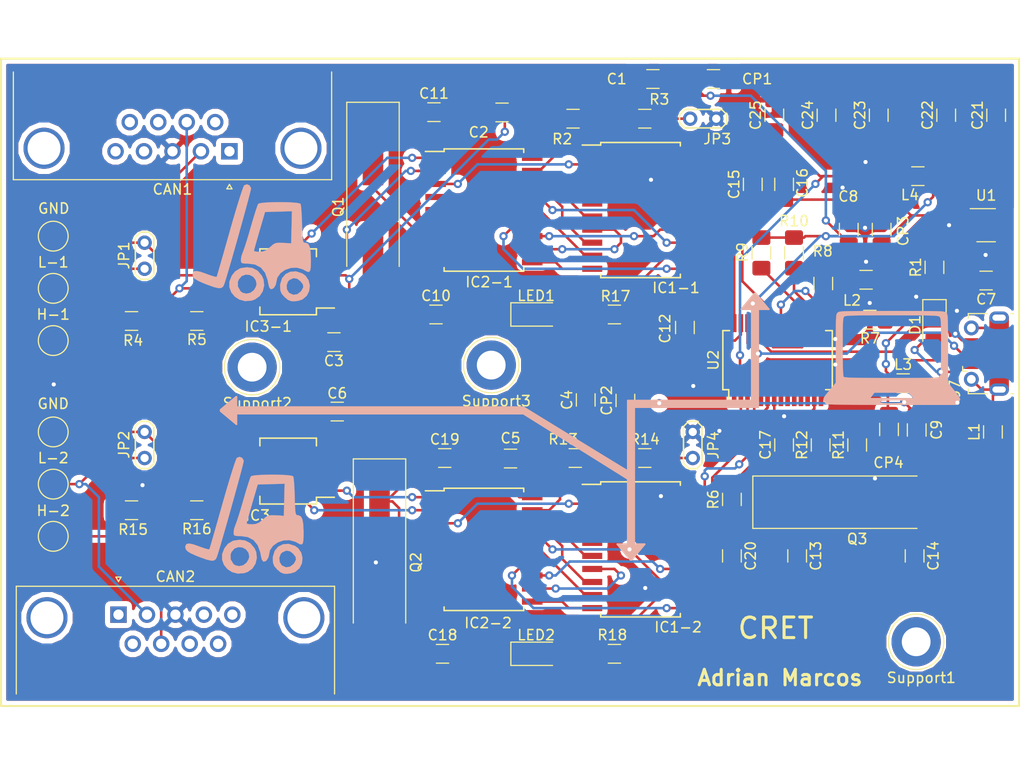
<source format=kicad_pcb>
(kicad_pcb (version 20171130) (host pcbnew "(5.0.1)-3")
  (layers (0 F.Cu signal) (31 B.Cu signal) (34 B.Paste user) (35 F.Paste user) (36 B.SilkS user) (37 F.SilkS user) (38 B.Mask user) (39 F.Mask user) (44 Edge.Cuts user))
  (net 0 "")
  (net 1 GND)
  (net 2 "Net-(C7-Pad1)")
  (net 3 V2)
  (net 4 V1)
  (net 5 "Net-(C10-Pad1)")
  (net 6 "Net-(C11-Pad1)")
  (net 7 "Net-(C12-Pad1)")
  (net 8 "Net-(C13-Pad1)")
  (net 9 "Net-(C14-Pad1)")
  (net 10 "Net-(C15-Pad1)")
  (net 11 "Net-(C17-Pad1)")
  (net 12 "Net-(C18-Pad1)")
  (net 13 "Net-(C19-Pad1)")
  (net 14 "Net-(C20-Pad1)")
  (net 15 "Net-(C21-Pad1)")
  (net 16 "Net-(C23-Pad1)")
  (net 17 "Net-(CAN1-Pad2)")
  (net 18 "Net-(CAN1-Pad7)")
  (net 19 "Net-(CAN2-Pad7)")
  (net 20 "Net-(CAN2-Pad2)")
  (net 21 "Net-(D1-Pad2)")
  (net 22 "Net-(IC1-1-Pad2)")
  (net 23 "Net-(IC1-1-Pad4)")
  (net 24 "Net-(IC1-1-Pad6)")
  (net 25 "Net-(IC1-1-Pad7)")
  (net 26 "Net-(IC1-1-Pad8)")
  (net 27 "Net-(IC1-1-Pad9)")
  (net 28 "Net-(IC1-1-Pad10)")
  (net 29 "Net-(IC1-1-Pad11)")
  (net 30 "Net-(IC1-1-Pad12)")
  (net 31 "Net-(IC1-1-Pad13)")
  (net 32 "Net-(IC1-1-Pad14)")
  (net 33 "Net-(IC1-1-Pad18)")
  (net 34 "Net-(IC1-1-Pad19)")
  (net 35 "Net-(IC1-2-Pad19)")
  (net 36 "Net-(IC1-2-Pad18)")
  (net 37 "Net-(IC1-2-Pad14)")
  (net 38 "Net-(IC1-2-Pad13)")
  (net 39 "Net-(IC1-2-Pad12)")
  (net 40 "Net-(IC1-2-Pad11)")
  (net 41 "Net-(IC1-2-Pad10)")
  (net 42 "Net-(IC1-2-Pad9)")
  (net 43 "Net-(IC1-2-Pad8)")
  (net 44 "Net-(IC1-2-Pad7)")
  (net 45 "Net-(IC1-2-Pad6)")
  (net 46 "Net-(IC1-2-Pad4)")
  (net 47 "Net-(IC1-2-Pad2)")
  (net 48 "Net-(IC2-1-Pad1)")
  (net 49 "Net-(IC2-1-Pad2)")
  (net 50 "Net-(IC2-2-Pad2)")
  (net 51 "Net-(IC2-2-Pad1)")
  (net 52 "Net-(IC3-1-Pad8)")
  (net 53 "Net-(IC3-2-Pad8)")
  (net 54 "Net-(J7-Pad6)")
  (net 55 "Net-(J7-Pad2)")
  (net 56 "Net-(J7-Pad3)")
  (net 57 "Net-(JP1-Pad1)")
  (net 58 "Net-(JP2-Pad1)")
  (net 59 "Net-(LED1-Pad2)")
  (net 60 "Net-(LED2-Pad2)")
  (net 61 "Net-(R1-Pad2)")
  (net 62 "Net-(R6-Pad2)")
  (net 63 "Net-(R7-Pad2)")
  (net 64 "Net-(R9-Pad2)")
  (net 65 "Net-(R10-Pad2)")
  (module Capacitor_SMD:C_1206_3216Metric_Pad1.42x1.75mm_HandSolder (layer F.Cu) (at 114.2349 88.8492 180)
    (fp_text reference C1 (at 3.5195 0 180) (layer F.SilkS))
    (fp_text value 100nF)
    (pad 1 smd roundrect (at -1.4875 0 180) (size 1.425 1.75) (layers F.Cu F.Paste F.Mask) (roundrect_rratio 0.175439) (net 4 V1))
    (pad 2 smd roundrect (at 1.4875 0 180) (size 1.425 1.75) (layers F.Cu F.Paste F.Mask) (roundrect_rratio 0.175439) (net 1 GND))
  )
  (module Capacitor_SMD:C_1206_3216Metric_Pad1.42x1.75mm_HandSolder (layer F.Cu) (at 99.5537 92.1004 180)
    (fp_text reference C2 (at 2.2717 -1.9304 180) (layer F.SilkS))
    (fp_text value 100nF)
    (pad 1 smd roundrect (at -1.4875 0 180) (size 1.425 1.75) (layers F.Cu F.Paste F.Mask) (roundrect_rratio 0.175439) (net 4 V1))
    (pad 2 smd roundrect (at 1.4875 0 180) (size 1.425 1.75) (layers F.Cu F.Paste F.Mask) (roundrect_rratio 0.175439) (net 1 GND))
  )
  (module Capacitor_SMD:C_1206_3216Metric_Pad1.42x1.75mm_HandSolder (layer F.Cu) (at 83.1961 114.4524 180)
    (fp_text reference C3 (at 0 -1.82 180) (layer F.SilkS))
    (fp_text value 100nF)
    (pad 1 smd roundrect (at -1.4875 0 180) (size 1.425 1.75) (layers F.Cu F.Paste F.Mask) (roundrect_rratio 0.175439) (net 4 V1))
    (pad 2 smd roundrect (at 1.4875 0 180) (size 1.425 1.75) (layers F.Cu F.Paste F.Mask) (roundrect_rratio 0.175439) (net 1 GND))
  )
  (module Capacitor_SMD:C_1206_3216Metric_Pad1.42x1.75mm_HandSolder (layer F.Cu) (at 107.696 120.0769 90)
    (fp_text reference C4 (at 0 -1.82 90) (layer F.SilkS))
    (fp_text value 100nF)
    (pad 1 smd roundrect (at -1.4875 0 90) (size 1.425 1.75) (layers F.Cu F.Paste F.Mask) (roundrect_rratio 0.175439) (net 3 V2))
    (pad 2 smd roundrect (at 1.4875 0 90) (size 1.425 1.75) (layers F.Cu F.Paste F.Mask) (roundrect_rratio 0.175439) (net 1 GND))
  )
  (module Capacitor_SMD:C_1206_3216Metric_Pad1.42x1.75mm_HandSolder (layer F.Cu) (at 100.3808 125.7808 180)
    (fp_text reference C5 (at 0 1.9812 180) (layer F.SilkS))
    (fp_text value 100nF)
    (pad 2 smd roundrect (at 1.4875 0 180) (size 1.425 1.75) (layers F.Cu F.Paste F.Mask) (roundrect_rratio 0.175439) (net 1 GND))
    (pad 1 smd roundrect (at -1.4875 0 180) (size 1.425 1.75) (layers F.Cu F.Paste F.Mask) (roundrect_rratio 0.175439) (net 3 V2))
  )
  (module Capacitor_SMD:C_1206_3216Metric_Pad1.42x1.75mm_HandSolder (layer F.Cu) (at 83.5152 121.2088 180)
    (fp_text reference C6 (at 0 1.778 180) (layer F.SilkS))
    (fp_text value 100nF)
    (pad 1 smd roundrect (at -1.4875 0 180) (size 1.425 1.75) (layers F.Cu F.Paste F.Mask) (roundrect_rratio 0.175439) (net 3 V2))
    (pad 2 smd roundrect (at 1.4875 0 180) (size 1.425 1.75) (layers F.Cu F.Paste F.Mask) (roundrect_rratio 0.175439) (net 1 GND))
  )
  (module Capacitor_SMD:C_1206_3216Metric_Pad1.42x1.75mm_HandSolder (layer F.Cu) (at 146.6596 108.458 180)
    (fp_text reference C7 (at 0 -1.82 180) (layer F.SilkS))
    (fp_text value 10uF)
    (pad 1 smd roundrect (at -1.4875 0 180) (size 1.425 1.75) (layers F.Cu F.Paste F.Mask) (roundrect_rratio 0.175439) (net 2 "Net-(C7-Pad1)"))
    (pad 2 smd roundrect (at 1.4875 0 180) (size 1.425 1.75) (layers F.Cu F.Paste F.Mask) (roundrect_rratio 0.175439) (net 1 GND))
  )
  (module Capacitor_SMD:C_1206_3216Metric_Pad1.42x1.75mm_HandSolder (layer F.Cu) (at 133.291285 103.492669 270)
    (fp_text reference C8 (at -3.213469 0.042885) (layer F.SilkS))
    (fp_text value 0,1uF)
    (pad 1 smd roundrect (at -1.4875 0 270) (size 1.425 1.75) (layers F.Cu F.Paste F.Mask) (roundrect_rratio 0.175439) (net 1 GND))
    (pad 2 smd roundrect (at 1.4875 0 270) (size 1.425 1.75) (layers F.Cu F.Paste F.Mask) (roundrect_rratio 0.175439) (net 4 V1))
  )
  (module Capacitor_SMD:C_1206_3216Metric_Pad1.42x1.75mm_HandSolder (layer F.Cu) (at 93.1275 111.76)
    (fp_text reference C10 (at 0 -1.82) (layer F.SilkS))
    (fp_text value 22pF)
    (pad 2 smd roundrect (at 1.4875 0) (size 1.425 1.75) (layers F.Cu F.Paste F.Mask) (roundrect_rratio 0.175439) (net 1 GND))
    (pad 1 smd roundrect (at -1.4875 0) (size 1.425 1.75) (layers F.Cu F.Paste F.Mask) (roundrect_rratio 0.175439) (net 5 "Net-(C10-Pad1)"))
  )
  (module Capacitor_SMD:C_1206_3216Metric_Pad1.42x1.75mm_HandSolder (layer F.Cu) (at 92.9275 92.075)
    (fp_text reference C11 (at 0 -1.82) (layer F.SilkS))
    (fp_text value 22pF)
    (pad 1 smd roundrect (at -1.4875 0) (size 1.425 1.75) (layers F.Cu F.Paste F.Mask) (roundrect_rratio 0.175439) (net 6 "Net-(C11-Pad1)"))
    (pad 2 smd roundrect (at 1.4875 0) (size 1.425 1.75) (layers F.Cu F.Paste F.Mask) (roundrect_rratio 0.175439) (net 1 GND))
  )
  (module Capacitor_SMD:C_1206_3216Metric_Pad1.42x1.75mm_HandSolder (layer F.Cu) (at 117.348 113.03 270)
    (fp_text reference C12 (at 0.1016 1.9304 90) (layer F.SilkS))
    (fp_text value 100nF)
    (pad 2 smd roundrect (at 1.4875 0 270) (size 1.425 1.75) (layers F.Cu F.Paste F.Mask) (roundrect_rratio 0.175439) (net 1 GND))
    (pad 1 smd roundrect (at -1.4875 0 270) (size 1.425 1.75) (layers F.Cu F.Paste F.Mask) (roundrect_rratio 0.175439) (net 7 "Net-(C12-Pad1)"))
  )
  (module Capacitor_SMD:C_1206_3216Metric_Pad1.42x1.75mm_HandSolder (layer F.Cu) (at 128.27 135.255 270)
    (fp_text reference C13 (at 0 -1.82 270) (layer F.SilkS))
    (fp_text value 33pF)
    (pad 2 smd roundrect (at 1.4875 0 270) (size 1.425 1.75) (layers F.Cu F.Paste F.Mask) (roundrect_rratio 0.175439) (net 1 GND))
    (pad 1 smd roundrect (at -1.4875 0 270) (size 1.425 1.75) (layers F.Cu F.Paste F.Mask) (roundrect_rratio 0.175439) (net 8 "Net-(C13-Pad1)"))
  )
  (module Capacitor_SMD:C_1206_3216Metric_Pad1.42x1.75mm_HandSolder (layer F.Cu) (at 139.7 135.255 270)
    (fp_text reference C14 (at 0 -1.82 270) (layer F.SilkS))
    (fp_text value 33pF)
    (pad 1 smd roundrect (at -1.4875 0 270) (size 1.425 1.75) (layers F.Cu F.Paste F.Mask) (roundrect_rratio 0.175439) (net 9 "Net-(C14-Pad1)"))
    (pad 2 smd roundrect (at 1.4875 0 270) (size 1.425 1.75) (layers F.Cu F.Paste F.Mask) (roundrect_rratio 0.175439) (net 1 GND))
  )
  (module Capacitor_SMD:C_1206_3216Metric_Pad1.42x1.75mm_HandSolder (layer F.Cu) (at 123.952 99.0965 90)
    (fp_text reference C15 (at 0 -1.82 90) (layer F.SilkS))
    (fp_text value 10uF)
    (pad 2 smd roundrect (at 1.4875 0 90) (size 1.425 1.75) (layers F.Cu F.Paste F.Mask) (roundrect_rratio 0.175439) (net 1 GND))
    (pad 1 smd roundrect (at -1.4875 0 90) (size 1.425 1.75) (layers F.Cu F.Paste F.Mask) (roundrect_rratio 0.175439) (net 10 "Net-(C15-Pad1)"))
  )
  (module Capacitor_SMD:C_1206_3216Metric_Pad1.42x1.75mm_HandSolder (layer F.Cu) (at 127 99.0965 90)
    (fp_text reference C16 (at 0.1381 1.778 90) (layer F.SilkS))
    (fp_text value 100nF)
    (pad 1 smd roundrect (at -1.4875 0 90) (size 1.425 1.75) (layers F.Cu F.Paste F.Mask) (roundrect_rratio 0.175439) (net 10 "Net-(C15-Pad1)"))
    (pad 2 smd roundrect (at 1.4875 0 90) (size 1.425 1.75) (layers F.Cu F.Paste F.Mask) (roundrect_rratio 0.175439) (net 1 GND))
  )
  (module Capacitor_SMD:C_1206_3216Metric_Pad1.42x1.75mm_HandSolder (layer F.Cu) (at 127 124.46 90)
    (fp_text reference C17 (at 0 -1.82 90) (layer F.SilkS))
    (fp_text value 1uF)
    (pad 1 smd roundrect (at -1.4875 0 90) (size 1.425 1.75) (layers F.Cu F.Paste F.Mask) (roundrect_rratio 0.175439) (net 11 "Net-(C17-Pad1)"))
    (pad 2 smd roundrect (at 1.4875 0 90) (size 1.425 1.75) (layers F.Cu F.Paste F.Mask) (roundrect_rratio 0.175439) (net 1 GND))
  )
  (module Capacitor_SMD:C_1206_3216Metric_Pad1.42x1.75mm_HandSolder (layer F.Cu) (at 93.7625 144.78)
    (fp_text reference C18 (at 0 -1.82) (layer F.SilkS))
    (fp_text value 22pF)
    (pad 1 smd roundrect (at -1.4875 0) (size 1.425 1.75) (layers F.Cu F.Paste F.Mask) (roundrect_rratio 0.175439) (net 12 "Net-(C18-Pad1)"))
    (pad 2 smd roundrect (at 1.4875 0) (size 1.425 1.75) (layers F.Cu F.Paste F.Mask) (roundrect_rratio 0.175439) (net 1 GND))
  )
  (module Capacitor_SMD:C_1206_3216Metric_Pad1.42x1.75mm_HandSolder (layer F.Cu) (at 93.98 125.73)
    (fp_text reference C19 (at 0 -1.82) (layer F.SilkS))
    (fp_text value 22pF)
    (pad 2 smd roundrect (at 1.4875 0) (size 1.425 1.75) (layers F.Cu F.Paste F.Mask) (roundrect_rratio 0.175439) (net 1 GND))
    (pad 1 smd roundrect (at -1.4875 0) (size 1.425 1.75) (layers F.Cu F.Paste F.Mask) (roundrect_rratio 0.175439) (net 13 "Net-(C19-Pad1)"))
  )
  (module Capacitor_SMD:C_1206_3216Metric_Pad1.42x1.75mm_HandSolder (layer F.Cu) (at 121.92 135.255 270)
    (fp_text reference C20 (at 0 -1.82 270) (layer F.SilkS))
    (fp_text value 100nF)
    (pad 1 smd roundrect (at -1.4875 0 270) (size 1.425 1.75) (layers F.Cu F.Paste F.Mask) (roundrect_rratio 0.175439) (net 14 "Net-(C20-Pad1)"))
    (pad 2 smd roundrect (at 1.4875 0 270) (size 1.425 1.75) (layers F.Cu F.Paste F.Mask) (roundrect_rratio 0.175439) (net 1 GND))
  )
  (module Capacitor_SMD:C_1206_3216Metric_Pad1.42x1.75mm_HandSolder (layer F.Cu) (at 147.636975 92.369655 90)
    (fp_text reference C21 (at 0 -1.82 90) (layer F.SilkS))
    (fp_text value 100nF)
    (pad 2 smd roundrect (at 1.4875 0 90) (size 1.425 1.75) (layers F.Cu F.Paste F.Mask) (roundrect_rratio 0.175439) (net 1 GND))
    (pad 1 smd roundrect (at -1.4875 0 90) (size 1.425 1.75) (layers F.Cu F.Paste F.Mask) (roundrect_rratio 0.175439) (net 15 "Net-(C21-Pad1)"))
  )
  (module Capacitor_SMD:C_1206_3216Metric_Pad1.42x1.75mm_HandSolder (layer F.Cu) (at 142.774475 92.369655 90)
    (fp_text reference C22 (at 0 -1.82 90) (layer F.SilkS))
    (fp_text value 10uF)
    (pad 1 smd roundrect (at -1.4875 0 90) (size 1.425 1.75) (layers F.Cu F.Paste F.Mask) (roundrect_rratio 0.175439) (net 15 "Net-(C21-Pad1)"))
    (pad 2 smd roundrect (at 1.4875 0 90) (size 1.425 1.75) (layers F.Cu F.Paste F.Mask) (roundrect_rratio 0.175439) (net 1 GND))
  )
  (module Capacitor_SMD:C_1206_3216Metric_Pad1.42x1.75mm_HandSolder (layer F.Cu) (at 136.206975 92.369655 90)
    (fp_text reference C23 (at 0 -1.82 90) (layer F.SilkS))
    (fp_text value 100nF)
    (pad 2 smd roundrect (at 1.4875 0 90) (size 1.425 1.75) (layers F.Cu F.Paste F.Mask) (roundrect_rratio 0.175439) (net 1 GND))
    (pad 1 smd roundrect (at -1.4875 0 90) (size 1.425 1.75) (layers F.Cu F.Paste F.Mask) (roundrect_rratio 0.175439) (net 16 "Net-(C23-Pad1)"))
  )
  (module Capacitor_SMD:C_1206_3216Metric_Pad1.42x1.75mm_HandSolder (layer F.Cu) (at 131.126975 92.369655 90)
    (fp_text reference C24 (at 0 -1.82 90) (layer F.SilkS))
    (fp_text value 100nF)
    (pad 2 smd roundrect (at 1.4875 0 90) (size 1.425 1.75) (layers F.Cu F.Paste F.Mask) (roundrect_rratio 0.175439) (net 1 GND))
    (pad 1 smd roundrect (at -1.4875 0 90) (size 1.425 1.75) (layers F.Cu F.Paste F.Mask) (roundrect_rratio 0.175439) (net 16 "Net-(C23-Pad1)"))
  )
  (module Capacitor_SMD:C_1206_3216Metric_Pad1.42x1.75mm_HandSolder (layer F.Cu) (at 126.046975 92.369655 90)
    (fp_text reference C25 (at 0 -1.82 90) (layer F.SilkS))
    (fp_text value 100nF)
    (pad 2 smd roundrect (at 1.4875 0 90) (size 1.425 1.75) (layers F.Cu F.Paste F.Mask) (roundrect_rratio 0.175439) (net 1 GND))
    (pad 1 smd roundrect (at -1.4875 0 90) (size 1.425 1.75) (layers F.Cu F.Paste F.Mask) (roundrect_rratio 0.175439) (net 16 "Net-(C23-Pad1)"))
  )
  (module Connector_Dsub:DSUB-9_Male_Horizontal_P2.77x2.84mm_EdgePinOffset4.94mm_Housed_MountingHolesOffset7.48mm (layer F.Cu) (at 73.025 95.885 180)
    (fp_text reference CAN1 (at 5.54 -3.7 180) (layer F.SilkS))
    (fp_text value DB9_Male)
    (pad 1 thru_hole rect (at 0 0 180) (size 1.6 1.6) (drill 1) (layers *.Cu *.Mask))
    (pad 2 thru_hole circle (at 2.77 0 180) (size 1.6 1.6) (drill 1) (layers *.Cu *.Mask) (net 17 "Net-(CAN1-Pad2)"))
    (pad 3 thru_hole circle (at 5.54 0 180) (size 1.6 1.6) (drill 1) (layers *.Cu *.Mask) (net 1 GND))
    (pad 4 thru_hole circle (at 8.31 0 180) (size 1.6 1.6) (drill 1) (layers *.Cu *.Mask))
    (pad 5 thru_hole circle (at 11.08 0 180) (size 1.6 1.6) (drill 1) (layers *.Cu *.Mask))
    (pad 6 thru_hole circle (at 1.385 2.84 180) (size 1.6 1.6) (drill 1) (layers *.Cu *.Mask))
    (pad 7 thru_hole circle (at 4.155 2.84 180) (size 1.6 1.6) (drill 1) (layers *.Cu *.Mask) (net 18 "Net-(CAN1-Pad7)"))
    (pad 8 thru_hole circle (at 6.925 2.84 180) (size 1.6 1.6) (drill 1) (layers *.Cu *.Mask))
    (pad 9 thru_hole circle (at 9.695 2.84 180) (size 1.6 1.6) (drill 1) (layers *.Cu *.Mask))
    (pad 0 thru_hole circle (at -6.96 0.3 180) (size 4 4) (drill 3.2) (layers *.Cu *.Mask))
    (pad 0 thru_hole circle (at 18.04 0.3 180) (size 4 4) (drill 3.2) (layers *.Cu *.Mask))
  )
  (module Connector_Dsub:DSUB-9_Male_Horizontal_P2.77x2.84mm_EdgePinOffset4.94mm_Housed_MountingHolesOffset7.48mm (layer F.Cu) (at 62.23 140.97)
    (fp_text reference CAN2 (at 5.54 -3.7) (layer F.SilkS))
    (fp_text value DB9_Male)
    (pad 0 thru_hole circle (at 18.04 0.3) (size 4 4) (drill 3.2) (layers *.Cu *.Mask))
    (pad 0 thru_hole circle (at -6.96 0.3) (size 4 4) (drill 3.2) (layers *.Cu *.Mask))
    (pad 9 thru_hole circle (at 9.695 2.84) (size 1.6 1.6) (drill 1) (layers *.Cu *.Mask))
    (pad 8 thru_hole circle (at 6.925 2.84) (size 1.6 1.6) (drill 1) (layers *.Cu *.Mask))
    (pad 7 thru_hole circle (at 4.155 2.84) (size 1.6 1.6) (drill 1) (layers *.Cu *.Mask) (net 19 "Net-(CAN2-Pad7)"))
    (pad 6 thru_hole circle (at 1.385 2.84) (size 1.6 1.6) (drill 1) (layers *.Cu *.Mask))
    (pad 5 thru_hole circle (at 11.08 0) (size 1.6 1.6) (drill 1) (layers *.Cu *.Mask))
    (pad 4 thru_hole circle (at 8.31 0) (size 1.6 1.6) (drill 1) (layers *.Cu *.Mask))
    (pad 3 thru_hole circle (at 5.54 0) (size 1.6 1.6) (drill 1) (layers *.Cu *.Mask) (net 1 GND))
    (pad 2 thru_hole circle (at 2.77 0) (size 1.6 1.6) (drill 1) (layers *.Cu *.Mask) (net 20 "Net-(CAN2-Pad2)"))
    (pad 1 thru_hole rect (at 0 0) (size 1.6 1.6) (drill 1) (layers *.Cu *.Mask))
  )
  (module Capacitor_SMD:C_1206_3216Metric_Pad1.42x1.75mm_HandSolder (layer F.Cu) (at 120.1277 88.8492)
    (fp_text reference CP1 (at 4.2529 0) (layer F.SilkS))
    (fp_text value 4,7uF)
    (pad 2 smd roundrect (at 1.4875 0) (size 1.425 1.75) (layers F.Cu F.Paste F.Mask) (roundrect_rratio 0.175439) (net 1 GND))
    (pad 1 smd roundrect (at -1.4875 0) (size 1.425 1.75) (layers F.Cu F.Paste F.Mask) (roundrect_rratio 0.175439) (net 4 V1))
  )
  (module Capacitor_SMD:C_1206_3216Metric_Pad1.42x1.75mm_HandSolder (layer F.Cu) (at 111.5568 120.1277 90)
    (fp_text reference CP2 (at 0 -1.82 90) (layer F.SilkS))
    (fp_text value 4,7uF)
    (pad 2 smd roundrect (at 1.4875 0 90) (size 1.425 1.75) (layers F.Cu F.Paste F.Mask) (roundrect_rratio 0.175439) (net 1 GND))
    (pad 1 smd roundrect (at -1.4875 0 90) (size 1.425 1.75) (layers F.Cu F.Paste F.Mask) (roundrect_rratio 0.175439) (net 3 V2))
  )
  (module Capacitor_SMD:C_1206_3216Metric_Pad1.42x1.75mm_HandSolder (layer F.Cu) (at 136.491685 103.492669 90)
    (fp_text reference CP3 (at -0.139331 2.090715 270) (layer F.SilkS))
    (fp_text value 100uF)
    (pad 2 smd roundrect (at 1.4875 0 90) (size 1.425 1.75) (layers F.Cu F.Paste F.Mask) (roundrect_rratio 0.175439) (net 1 GND))
    (pad 1 smd roundrect (at -1.4875 0 90) (size 1.425 1.75) (layers F.Cu F.Paste F.Mask) (roundrect_rratio 0.175439) (net 10 "Net-(C15-Pad1)"))
  )
  (module Diode_SMD:D_1206_3216Metric_Pad1.42x1.75mm_HandSolder (layer F.Cu) (at 141.6304 112.776 270)
    (fp_text reference D1 (at 0 1.8796 270) (layer F.SilkS))
    (fp_text value D)
    (pad 1 smd roundrect (at -1.4875 0 270) (size 1.425 1.75) (layers F.Cu F.Paste F.Mask) (roundrect_rratio 0.175439) (net 2 "Net-(C7-Pad1)"))
    (pad 2 smd roundrect (at 1.4875 0 270) (size 1.425 1.75) (layers F.Cu F.Paste F.Mask) (roundrect_rratio 0.175439) (net 21 "Net-(D1-Pad2)"))
  )
  (module TestPoint:TestPoint_Pad_D2.5mm (layer F.Cu) (at 55.88 104.14)
    (fp_text reference GND (at 0.0508 -2.6924) (layer F.SilkS))
    (fp_text value Conn_01x01_Male hide)
    (pad 1 smd circle (at 0 0) (size 2.5 2.5) (layers F.Cu F.Mask) (net 1 GND))
  )
  (module TestPoint:TestPoint_Pad_D2.5mm (layer F.Cu) (at 55.88 123.19)
    (fp_text reference GND (at 0 -2.7432) (layer F.SilkS))
    (fp_text value Conn_01x01_Male hide)
    (pad 1 smd circle (at 0 0) (size 2.5 2.5) (layers F.Cu F.Mask) (net 1 GND))
  )
  (module TestPoint:TestPoint_Pad_D2.5mm (layer F.Cu) (at 55.88 114.3)
    (fp_text reference H-1 (at 0 -2.54) (layer F.SilkS))
    (fp_text value Conn_01x01_Male hide)
    (pad 1 smd circle (at 0 0) (size 2.5 2.5) (layers F.Cu F.Mask) (net 18 "Net-(CAN1-Pad7)"))
  )
  (module TestPoint:TestPoint_Pad_D2.5mm (layer F.Cu) (at 55.88 133.35)
    (fp_text reference H-2 (at 0 -2.4892) (layer F.SilkS))
    (fp_text value Conn_01x01_Male hide)
    (pad 1 smd circle (at 0 0) (size 2.5 2.5) (layers F.Cu F.Mask) (net 19 "Net-(CAN2-Pad7)"))
  )
  (module Package_SO:SOIC-20W_7.5x12.8mm_P1.27mm (layer F.Cu) (at 113.03 101.6)
    (fp_text reference IC1-1 (at 3.4544 7.5692) (layer F.SilkS))
    (fp_text value PIC18F14K50-ESO)
    (pad 1 smd rect (at -4.7 -5.715) (size 1.95 0.6) (layers F.Cu F.Paste F.Mask) (net 4 V1))
    (pad 2 smd rect (at -4.7 -4.445) (size 1.95 0.6) (layers F.Cu F.Paste F.Mask) (net 22 "Net-(IC1-1-Pad2)"))
    (pad 3 smd rect (at -4.7 -3.175) (size 1.95 0.6) (layers F.Cu F.Paste F.Mask))
    (pad 4 smd rect (at -4.7 -1.905) (size 1.95 0.6) (layers F.Cu F.Paste F.Mask) (net 23 "Net-(IC1-1-Pad4)"))
    (pad 5 smd rect (at -4.7 -0.635) (size 1.95 0.6) (layers F.Cu F.Paste F.Mask))
    (pad 6 smd rect (at -4.7 0.635) (size 1.95 0.6) (layers F.Cu F.Paste F.Mask) (net 24 "Net-(IC1-1-Pad6)"))
    (pad 7 smd rect (at -4.7 1.905) (size 1.95 0.6) (layers F.Cu F.Paste F.Mask) (net 25 "Net-(IC1-1-Pad7)"))
    (pad 8 smd rect (at -4.7 3.175) (size 1.95 0.6) (layers F.Cu F.Paste F.Mask) (net 26 "Net-(IC1-1-Pad8)"))
    (pad 9 smd rect (at -4.7 4.445) (size 1.95 0.6) (layers F.Cu F.Paste F.Mask) (net 27 "Net-(IC1-1-Pad9)"))
    (pad 10 smd rect (at -4.7 5.715) (size 1.95 0.6) (layers F.Cu F.Paste F.Mask) (net 28 "Net-(IC1-1-Pad10)"))
    (pad 11 smd rect (at 4.7 5.715) (size 1.95 0.6) (layers F.Cu F.Paste F.Mask) (net 29 "Net-(IC1-1-Pad11)"))
    (pad 12 smd rect (at 4.7 4.445) (size 1.95 0.6) (layers F.Cu F.Paste F.Mask) (net 30 "Net-(IC1-1-Pad12)"))
    (pad 13 smd rect (at 4.7 3.175) (size 1.95 0.6) (layers F.Cu F.Paste F.Mask) (net 31 "Net-(IC1-1-Pad13)"))
    (pad 14 smd rect (at 4.7 1.905) (size 1.95 0.6) (layers F.Cu F.Paste F.Mask) (net 32 "Net-(IC1-1-Pad14)"))
    (pad 15 smd rect (at 4.7 0.635) (size 1.95 0.6) (layers F.Cu F.Paste F.Mask))
    (pad 16 smd rect (at 4.7 -0.635) (size 1.95 0.6) (layers F.Cu F.Paste F.Mask))
    (pad 17 smd rect (at 4.7 -1.905) (size 1.95 0.6) (layers F.Cu F.Paste F.Mask) (net 7 "Net-(C12-Pad1)"))
    (pad 18 smd rect (at 4.7 -3.175) (size 1.95 0.6) (layers F.Cu F.Paste F.Mask) (net 33 "Net-(IC1-1-Pad18)"))
    (pad 19 smd rect (at 4.7 -4.445) (size 1.95 0.6) (layers F.Cu F.Paste F.Mask) (net 34 "Net-(IC1-1-Pad19)"))
    (pad 20 smd rect (at 4.7 -5.715) (size 1.95 0.6) (layers F.Cu F.Paste F.Mask) (net 1 GND))
  )
  (module Package_SO:SOIC-20W_7.5x12.8mm_P1.27mm (layer F.Cu) (at 113.03 134.62)
    (fp_text reference IC1-2 (at 3.6576 7.5692) (layer F.SilkS))
    (fp_text value PIC18F14K50-ESO)
    (pad 20 smd rect (at 4.7 -5.715) (size 1.95 0.6) (layers F.Cu F.Paste F.Mask) (net 1 GND))
    (pad 19 smd rect (at 4.7 -4.445) (size 1.95 0.6) (layers F.Cu F.Paste F.Mask) (net 35 "Net-(IC1-2-Pad19)"))
    (pad 18 smd rect (at 4.7 -3.175) (size 1.95 0.6) (layers F.Cu F.Paste F.Mask) (net 36 "Net-(IC1-2-Pad18)"))
    (pad 17 smd rect (at 4.7 -1.905) (size 1.95 0.6) (layers F.Cu F.Paste F.Mask) (net 14 "Net-(C20-Pad1)"))
    (pad 16 smd rect (at 4.7 -0.635) (size 1.95 0.6) (layers F.Cu F.Paste F.Mask))
    (pad 15 smd rect (at 4.7 0.635) (size 1.95 0.6) (layers F.Cu F.Paste F.Mask))
    (pad 14 smd rect (at 4.7 1.905) (size 1.95 0.6) (layers F.Cu F.Paste F.Mask) (net 37 "Net-(IC1-2-Pad14)"))
    (pad 13 smd rect (at 4.7 3.175) (size 1.95 0.6) (layers F.Cu F.Paste F.Mask) (net 38 "Net-(IC1-2-Pad13)"))
    (pad 12 smd rect (at 4.7 4.445) (size 1.95 0.6) (layers F.Cu F.Paste F.Mask) (net 39 "Net-(IC1-2-Pad12)"))
    (pad 11 smd rect (at 4.7 5.715) (size 1.95 0.6) (layers F.Cu F.Paste F.Mask) (net 40 "Net-(IC1-2-Pad11)"))
    (pad 10 smd rect (at -4.7 5.715) (size 1.95 0.6) (layers F.Cu F.Paste F.Mask) (net 41 "Net-(IC1-2-Pad10)"))
    (pad 9 smd rect (at -4.7 4.445) (size 1.95 0.6) (layers F.Cu F.Paste F.Mask) (net 42 "Net-(IC1-2-Pad9)"))
    (pad 8 smd rect (at -4.7 3.175) (size 1.95 0.6) (layers F.Cu F.Paste F.Mask) (net 43 "Net-(IC1-2-Pad8)"))
    (pad 7 smd rect (at -4.7 1.905) (size 1.95 0.6) (layers F.Cu F.Paste F.Mask) (net 44 "Net-(IC1-2-Pad7)"))
    (pad 6 smd rect (at -4.7 0.635) (size 1.95 0.6) (layers F.Cu F.Paste F.Mask) (net 45 "Net-(IC1-2-Pad6)"))
    (pad 5 smd rect (at -4.7 -0.635) (size 1.95 0.6) (layers F.Cu F.Paste F.Mask))
    (pad 4 smd rect (at -4.7 -1.905) (size 1.95 0.6) (layers F.Cu F.Paste F.Mask) (net 46 "Net-(IC1-2-Pad4)"))
    (pad 3 smd rect (at -4.7 -3.175) (size 1.95 0.6) (layers F.Cu F.Paste F.Mask))
    (pad 2 smd rect (at -4.7 -4.445) (size 1.95 0.6) (layers F.Cu F.Paste F.Mask) (net 47 "Net-(IC1-2-Pad2)"))
    (pad 1 smd rect (at -4.7 -5.715) (size 1.95 0.6) (layers F.Cu F.Paste F.Mask) (net 3 V2))
  )
  (module Package_SO:SOIC-18W_7.5x11.6mm_P1.27mm (layer F.Cu) (at 97.79 101.6)
    (fp_text reference IC2-1 (at 0.508 7.0104) (layer F.SilkS))
    (fp_text value MCP2515-xSO)
    (pad 1 smd rect (at -4.7 -5.08) (size 2 0.6) (layers F.Cu F.Paste F.Mask) (net 48 "Net-(IC2-1-Pad1)"))
    (pad 2 smd rect (at -4.7 -3.81) (size 2 0.6) (layers F.Cu F.Paste F.Mask) (net 49 "Net-(IC2-1-Pad2)"))
    (pad 3 smd rect (at -4.7 -2.54) (size 2 0.6) (layers F.Cu F.Paste F.Mask) (net 22 "Net-(IC1-1-Pad2)"))
    (pad 4 smd rect (at -4.7 -1.27) (size 2 0.6) (layers F.Cu F.Paste F.Mask))
    (pad 5 smd rect (at -4.7 0) (size 2 0.6) (layers F.Cu F.Paste F.Mask))
    (pad 6 smd rect (at -4.7 1.27) (size 2 0.6) (layers F.Cu F.Paste F.Mask))
    (pad 7 smd rect (at -4.7 2.54) (size 2 0.6) (layers F.Cu F.Paste F.Mask) (net 6 "Net-(C11-Pad1)"))
    (pad 8 smd rect (at -4.7 3.81) (size 2 0.6) (layers F.Cu F.Paste F.Mask) (net 5 "Net-(C10-Pad1)"))
    (pad 9 smd rect (at -4.7 5.08) (size 2 0.6) (layers F.Cu F.Paste F.Mask) (net 1 GND))
    (pad 10 smd rect (at 4.7 5.08) (size 2 0.6) (layers F.Cu F.Paste F.Mask) (net 28 "Net-(IC1-1-Pad10)"))
    (pad 11 smd rect (at 4.7 3.81) (size 2 0.6) (layers F.Cu F.Paste F.Mask) (net 25 "Net-(IC1-1-Pad7)"))
    (pad 12 smd rect (at 4.7 2.54) (size 2 0.6) (layers F.Cu F.Paste F.Mask) (net 32 "Net-(IC1-1-Pad14)"))
    (pad 13 smd rect (at 4.7 1.27) (size 2 0.6) (layers F.Cu F.Paste F.Mask) (net 29 "Net-(IC1-1-Pad11)"))
    (pad 14 smd rect (at 4.7 0) (size 2 0.6) (layers F.Cu F.Paste F.Mask) (net 27 "Net-(IC1-1-Pad9)"))
    (pad 15 smd rect (at 4.7 -1.27) (size 2 0.6) (layers F.Cu F.Paste F.Mask) (net 31 "Net-(IC1-1-Pad13)"))
    (pad 16 smd rect (at 4.7 -2.54) (size 2 0.6) (layers F.Cu F.Paste F.Mask) (net 26 "Net-(IC1-1-Pad8)"))
    (pad 17 smd rect (at 4.7 -3.81) (size 2 0.6) (layers F.Cu F.Paste F.Mask) (net 24 "Net-(IC1-1-Pad6)"))
    (pad 18 smd rect (at 4.7 -5.08) (size 2 0.6) (layers F.Cu F.Paste F.Mask) (net 4 V1))
  )
  (module Package_SO:SOIC-18W_7.5x11.6mm_P1.27mm (layer F.Cu) (at 97.79 134.62)
    (fp_text reference IC2-2 (at 0.4064 7.1628) (layer F.SilkS))
    (fp_text value MCP2515-xSO)
    (pad 18 smd rect (at 4.7 -5.08) (size 2 0.6) (layers F.Cu F.Paste F.Mask) (net 3 V2))
    (pad 17 smd rect (at 4.7 -3.81) (size 2 0.6) (layers F.Cu F.Paste F.Mask) (net 45 "Net-(IC1-2-Pad6)"))
    (pad 16 smd rect (at 4.7 -2.54) (size 2 0.6) (layers F.Cu F.Paste F.Mask) (net 43 "Net-(IC1-2-Pad8)"))
    (pad 15 smd rect (at 4.7 -1.27) (size 2 0.6) (layers F.Cu F.Paste F.Mask) (net 38 "Net-(IC1-2-Pad13)"))
    (pad 14 smd rect (at 4.7 0) (size 2 0.6) (layers F.Cu F.Paste F.Mask) (net 42 "Net-(IC1-2-Pad9)"))
    (pad 13 smd rect (at 4.7 1.27) (size 2 0.6) (layers F.Cu F.Paste F.Mask) (net 40 "Net-(IC1-2-Pad11)"))
    (pad 12 smd rect (at 4.7 2.54) (size 2 0.6) (layers F.Cu F.Paste F.Mask) (net 37 "Net-(IC1-2-Pad14)"))
    (pad 11 smd rect (at 4.7 3.81) (size 2 0.6) (layers F.Cu F.Paste F.Mask) (net 44 "Net-(IC1-2-Pad7)"))
    (pad 10 smd rect (at 4.7 5.08) (size 2 0.6) (layers F.Cu F.Paste F.Mask) (net 41 "Net-(IC1-2-Pad10)"))
    (pad 9 smd rect (at -4.7 5.08) (size 2 0.6) (layers F.Cu F.Paste F.Mask) (net 1 GND))
    (pad 8 smd rect (at -4.7 3.81) (size 2 0.6) (layers F.Cu F.Paste F.Mask) (net 12 "Net-(C18-Pad1)"))
    (pad 7 smd rect (at -4.7 2.54) (size 2 0.6) (layers F.Cu F.Paste F.Mask) (net 13 "Net-(C19-Pad1)"))
    (pad 6 smd rect (at -4.7 1.27) (size 2 0.6) (layers F.Cu F.Paste F.Mask))
    (pad 5 smd rect (at -4.7 0) (size 2 0.6) (layers F.Cu F.Paste F.Mask))
    (pad 4 smd rect (at -4.7 -1.27) (size 2 0.6) (layers F.Cu F.Paste F.Mask))
    (pad 3 smd rect (at -4.7 -2.54) (size 2 0.6) (layers F.Cu F.Paste F.Mask) (net 47 "Net-(IC1-2-Pad2)"))
    (pad 2 smd rect (at -4.7 -3.81) (size 2 0.6) (layers F.Cu F.Paste F.Mask) (net 50 "Net-(IC2-2-Pad2)"))
    (pad 1 smd rect (at -4.7 -5.08) (size 2 0.6) (layers F.Cu F.Paste F.Mask) (net 51 "Net-(IC2-2-Pad1)"))
  )
  (module Package_SO:SO-8_5.3x6.2mm_P1.27mm (layer F.Cu) (at 78.74 108.585 180)
    (fp_text reference IC3-1 (at 1.9304 -4.3434 180) (layer F.SilkS))
    (fp_text value MCP2551)
    (pad 1 smd rect (at -3.7 -1.905 180) (size 1.75 0.55) (layers F.Cu F.Paste F.Mask) (net 48 "Net-(IC2-1-Pad1)"))
    (pad 2 smd rect (at -3.7 -0.635 180) (size 1.75 0.55) (layers F.Cu F.Paste F.Mask) (net 1 GND))
    (pad 3 smd rect (at -3.7 0.635 180) (size 1.75 0.55) (layers F.Cu F.Paste F.Mask) (net 4 V1))
    (pad 4 smd rect (at -3.7 1.905 180) (size 1.75 0.55) (layers F.Cu F.Paste F.Mask) (net 49 "Net-(IC2-1-Pad2)"))
    (pad 5 smd rect (at 3.7 1.905 180) (size 1.75 0.55) (layers F.Cu F.Paste F.Mask))
    (pad 6 smd rect (at 3.7 0.635 180) (size 1.75 0.55) (layers F.Cu F.Paste F.Mask) (net 17 "Net-(CAN1-Pad2)"))
    (pad 7 smd rect (at 3.7 -0.635 180) (size 1.75 0.55) (layers F.Cu F.Paste F.Mask) (net 18 "Net-(CAN1-Pad7)"))
    (pad 8 smd rect (at 3.7 -1.905 180) (size 1.75 0.55) (layers F.Cu F.Paste F.Mask) (net 52 "Net-(IC3-1-Pad8)"))
  )
  (module Package_SO:SO-8_5.3x6.2mm_P1.27mm (layer F.Cu) (at 78.74 127 180)
    (fp_text reference IC3-2 (at 1.8796 -4.318 180) (layer F.SilkS))
    (fp_text value MCP2551)
    (pad 8 smd rect (at 3.7 -1.905 180) (size 1.75 0.55) (layers F.Cu F.Paste F.Mask) (net 53 "Net-(IC3-2-Pad8)"))
    (pad 7 smd rect (at 3.7 -0.635 180) (size 1.75 0.55) (layers F.Cu F.Paste F.Mask) (net 19 "Net-(CAN2-Pad7)"))
    (pad 6 smd rect (at 3.7 0.635 180) (size 1.75 0.55) (layers F.Cu F.Paste F.Mask) (net 20 "Net-(CAN2-Pad2)"))
    (pad 5 smd rect (at 3.7 1.905 180) (size 1.75 0.55) (layers F.Cu F.Paste F.Mask))
    (pad 4 smd rect (at -3.7 1.905 180) (size 1.75 0.55) (layers F.Cu F.Paste F.Mask) (net 50 "Net-(IC2-2-Pad2)"))
    (pad 3 smd rect (at -3.7 0.635 180) (size 1.75 0.55) (layers F.Cu F.Paste F.Mask) (net 3 V2))
    (pad 2 smd rect (at -3.7 -0.635 180) (size 1.75 0.55) (layers F.Cu F.Paste F.Mask) (net 1 GND))
    (pad 1 smd rect (at -3.7 -1.905 180) (size 1.75 0.55) (layers F.Cu F.Paste F.Mask) (net 51 "Net-(IC2-2-Pad1)"))
  )
  (module Connector_USB:USB_Micro-B_Molex-105017-0001 (layer F.Cu) (at 146.685 115.57 90)
    (fp_text reference J7 (at -3.4036 -3.0734 270) (layer F.SilkS))
    (fp_text value USB_B_Micro)
    (pad 6 smd rect (at 1 1.2375 90) (size 1.5 1.9) (layers F.Cu F.Paste F.Mask) (net 54 "Net-(J7-Pad6)"))
    (pad 6 thru_hole circle (at -2.5 -1.4625 90) (size 1.45 1.45) (drill 0.85) (layers *.Cu *.Mask) (net 54 "Net-(J7-Pad6)"))
    (pad 2 smd rect (at -0.65 -1.4625 90) (size 0.4 1.35) (layers F.Cu F.Paste F.Mask) (net 55 "Net-(J7-Pad2)"))
    (pad 1 smd rect (at -1.3 -1.4625 90) (size 0.4 1.35) (layers F.Cu F.Paste F.Mask) (net 21 "Net-(D1-Pad2)"))
    (pad 5 smd rect (at 1.3 -1.4625 90) (size 0.4 1.35) (layers F.Cu F.Paste F.Mask) (net 1 GND))
    (pad 4 smd rect (at 0.65 -1.4625 90) (size 0.4 1.35) (layers F.Cu F.Paste F.Mask))
    (pad 3 smd rect (at 0 -1.4625 90) (size 0.4 1.35) (layers F.Cu F.Paste F.Mask) (net 56 "Net-(J7-Pad3)"))
    (pad 6 thru_hole circle (at 2.5 -1.4625 90) (size 1.45 1.45) (drill 0.85) (layers *.Cu *.Mask) (net 54 "Net-(J7-Pad6)"))
    (pad 6 smd rect (at -1 1.2375 90) (size 1.5 1.9) (layers F.Cu F.Paste F.Mask) (net 54 "Net-(J7-Pad6)"))
    (pad 6 thru_hole oval (at -3.5 1.2375 270) (size 1.2 1.9) (drill oval 0.6 1.3) (layers *.Cu *.Mask) (net 54 "Net-(J7-Pad6)"))
    (pad 6 thru_hole oval (at 3.5 1.2375 90) (size 1.2 1.9) (drill oval 0.6 1.3) (layers *.Cu *.Mask) (net 54 "Net-(J7-Pad6)"))
    (pad 6 smd rect (at 2.9 1.2375 90) (size 1.2 1.9) (layers F.Cu F.Mask) (net 54 "Net-(J7-Pad6)"))
    (pad 6 smd rect (at -2.9 1.2375 90) (size 1.2 1.9) (layers F.Cu F.Mask) (net 54 "Net-(J7-Pad6)"))
  )
  (module TestPoint:TestPoint_2Pads_Pitch2.54mm_Drill0.8mm (layer F.Cu) (at 64.77 107.315 90)
    (fp_text reference JP1 (at 1.3 -2 90) (layer F.SilkS))
    (fp_text value JUMPER)
    (pad 2 thru_hole circle (at 2.54 0 90) (size 1.4 1.4) (drill 0.8) (layers *.Cu *.Mask) (net 17 "Net-(CAN1-Pad2)"))
    (pad 1 thru_hole circle (at 0 0 90) (size 1.4 1.4) (drill 0.8) (layers *.Cu *.Mask) (net 57 "Net-(JP1-Pad1)"))
  )
  (module TestPoint:TestPoint_2Pads_Pitch2.54mm_Drill0.8mm (layer F.Cu) (at 64.77 125.73 90)
    (fp_text reference JP2 (at 1.3 -2 90) (layer F.SilkS))
    (fp_text value JUMPER)
    (pad 2 thru_hole circle (at 2.54 0 90) (size 1.4 1.4) (drill 0.8) (layers *.Cu *.Mask) (net 20 "Net-(CAN2-Pad2)"))
    (pad 1 thru_hole circle (at 0 0 90) (size 1.4 1.4) (drill 0.8) (layers *.Cu *.Mask) (net 58 "Net-(JP2-Pad1)"))
  )
  (module TestPoint:TestPoint_2Pads_Pitch2.54mm_Drill0.8mm (layer F.Cu) (at 120.396 92.71 180)
    (fp_text reference JP3 (at -0.1016 -1.9812 180) (layer F.SilkS))
    (fp_text value JUMPER)
    (pad 1 thru_hole circle (at 0 0 180) (size 1.4 1.4) (drill 0.8) (layers *.Cu *.Mask) (net 1 GND))
    (pad 2 thru_hole circle (at 2.54 0 180) (size 1.4 1.4) (drill 0.8) (layers *.Cu *.Mask) (net 23 "Net-(IC1-1-Pad4)"))
  )
  (module TestPoint:TestPoint_2Pads_Pitch2.54mm_Drill0.8mm (layer F.Cu) (at 118.11 123.19 270)
    (fp_text reference JP4 (at 1.3 -2 270) (layer F.SilkS))
    (fp_text value JUMPER)
    (pad 1 thru_hole circle (at 0 0 270) (size 1.4 1.4) (drill 0.8) (layers *.Cu *.Mask) (net 1 GND))
    (pad 2 thru_hole circle (at 2.54 0 270) (size 1.4 1.4) (drill 0.8) (layers *.Cu *.Mask) (net 46 "Net-(IC1-2-Pad4)"))
  )
  (module Resistor_SMD:R_1206_3216Metric_Pad1.42x1.75mm_HandSolder (layer F.Cu) (at 147.32 123.19 90)
    (fp_text reference L1 (at 0 -1.82 90) (layer F.SilkS))
    (fp_text value 600R/200mA)
    (pad 1 smd roundrect (at -1.4875 0 90) (size 1.425 1.75) (layers F.Cu F.Paste F.Mask) (roundrect_rratio 0.175439) (net 1 GND))
    (pad 2 smd roundrect (at 1.4875 0 90) (size 1.425 1.75) (layers F.Cu F.Paste F.Mask) (roundrect_rratio 0.175439) (net 54 "Net-(J7-Pad6)"))
  )
  (module Resistor_SMD:R_1206_3216Metric_Pad1.42x1.75mm_HandSolder (layer F.Cu) (at 134.978785 108.383769 180)
    (fp_text reference L2 (at 1.374785 -2.004631 180) (layer F.SilkS))
    (fp_text value 600R/2A)
    (pad 2 smd roundrect (at 1.4875 0 180) (size 1.425 1.75) (layers F.Cu F.Paste F.Mask) (roundrect_rratio 0.175439) (net 4 V1))
    (pad 1 smd roundrect (at -1.4875 0 180) (size 1.425 1.75) (layers F.Cu F.Paste F.Mask) (roundrect_rratio 0.175439) (net 10 "Net-(C15-Pad1)"))
  )
  (module Resistor_SMD:R_1206_3216Metric_Pad1.42x1.75mm_HandSolder (layer F.Cu) (at 140.016975 98.302155 180)
    (fp_text reference L4 (at 0.774175 -1.824645 180) (layer F.SilkS))
    (fp_text value 600R/2A)
    (pad 1 smd roundrect (at -1.4875 0 180) (size 1.425 1.75) (layers F.Cu F.Paste F.Mask) (roundrect_rratio 0.175439) (net 15 "Net-(C21-Pad1)"))
    (pad 2 smd roundrect (at 1.4875 0 180) (size 1.425 1.75) (layers F.Cu F.Paste F.Mask) (roundrect_rratio 0.175439) (net 16 "Net-(C23-Pad1)"))
  )
  (module TestPoint:TestPoint_Pad_D2.5mm (layer F.Cu) (at 55.88 109.22)
    (fp_text reference L-1 (at 0 -2.54) (layer F.SilkS))
    (fp_text value Conn_01x01_Male hide)
    (pad 1 smd circle (at 0 0) (size 2.5 2.5) (layers F.Cu F.Mask) (net 17 "Net-(CAN1-Pad2)"))
  )
  (module TestPoint:TestPoint_Pad_D2.5mm (layer F.Cu) (at 55.88 128.27)
    (fp_text reference L-2 (at 0 -2.54) (layer F.SilkS))
    (fp_text value Conn_01x01_Male hide)
    (pad 1 smd circle (at 0 0) (size 2.5 2.5) (layers F.Cu F.Mask) (net 20 "Net-(CAN2-Pad2)"))
  )
  (module LED_SMD:LED_1206_3216Metric_Pad1.42x1.75mm_HandSolder (layer F.Cu) (at 102.87 111.76)
    (fp_text reference LED1 (at 0 -1.82) (layer F.SilkS))
    (fp_text value red)
    (pad 1 smd roundrect (at -1.4875 0) (size 1.425 1.75) (layers F.Cu F.Paste F.Mask) (roundrect_rratio 0.175439) (net 1 GND))
    (pad 2 smd roundrect (at 1.4875 0) (size 1.425 1.75) (layers F.Cu F.Paste F.Mask) (roundrect_rratio 0.175439) (net 59 "Net-(LED1-Pad2)"))
  )
  (module Crystal:Crystal_SMD_HC49-SD_HandSoldering (layer F.Cu) (at 86.995 101.1875 270)
    (fp_text reference Q1 (at 0.1077 3.3782 270) (layer F.SilkS))
    (fp_text value 24Mhz)
    (pad 1 smd rect (at -5.9375 0 270) (size 7.875 2) (layers F.Cu F.Paste F.Mask) (net 6 "Net-(C11-Pad1)"))
    (pad 2 smd rect (at 5.9375 0 270) (size 7.875 2) (layers F.Cu F.Paste F.Mask) (net 5 "Net-(C10-Pad1)"))
  )
  (module Crystal:Crystal_SMD_HC49-SD_HandSoldering (layer F.Cu) (at 87.63 135.89 270)
    (fp_text reference Q2 (at 0 -3.55 270) (layer F.SilkS))
    (fp_text value 24Mhz)
    (pad 2 smd rect (at 5.9375 0 270) (size 7.875 2) (layers F.Cu F.Paste F.Mask) (net 12 "Net-(C18-Pad1)"))
    (pad 1 smd rect (at -5.9375 0 270) (size 7.875 2) (layers F.Cu F.Paste F.Mask) (net 13 "Net-(C19-Pad1)"))
  )
  (module Crystal:Crystal_SMD_HC49-SD_HandSoldering (layer F.Cu) (at 134.031586 130.030818)
    (fp_text reference Q3 (at 0.080414 3.573182) (layer F.SilkS))
    (fp_text value 12Mhz)
    (pad 1 smd rect (at -5.9375 0) (size 7.875 2) (layers F.Cu F.Paste F.Mask) (net 8 "Net-(C13-Pad1)"))
    (pad 2 smd rect (at 5.9375 0) (size 7.875 2) (layers F.Cu F.Paste F.Mask) (net 9 "Net-(C14-Pad1)"))
  )
  (module Resistor_SMD:R_1206_3216Metric_Pad1.42x1.75mm_HandSolder (layer F.Cu) (at 141.6304 107.1737 90)
    (fp_text reference R1 (at 0 -1.82 90) (layer F.SilkS))
    (fp_text value 4,7k)
    (pad 2 smd roundrect (at 1.4875 0 90) (size 1.425 1.75) (layers F.Cu F.Paste F.Mask) (roundrect_rratio 0.175439) (net 61 "Net-(R1-Pad2)"))
    (pad 1 smd roundrect (at -1.4875 0 90) (size 1.425 1.75) (layers F.Cu F.Paste F.Mask) (roundrect_rratio 0.175439) (net 1 GND))
  )
  (module Resistor_SMD:R_1206_3216Metric_Pad1.42x1.75mm_HandSolder (layer F.Cu) (at 113.4475 92.71)
    (fp_text reference R3 (at 1.4113 -1.8796) (layer F.SilkS))
    (fp_text value 1k)
    (pad 2 smd roundrect (at 1.4875 0) (size 1.425 1.75) (layers F.Cu F.Paste F.Mask) (roundrect_rratio 0.175439) (net 23 "Net-(IC1-1-Pad4)"))
    (pad 1 smd roundrect (at -1.4875 0) (size 1.425 1.75) (layers F.Cu F.Paste F.Mask) (roundrect_rratio 0.175439) (net 4 V1))
  )
  (module Resistor_SMD:R_1206_3216Metric_Pad1.42x1.75mm_HandSolder (layer F.Cu) (at 63.5 112.395)
    (fp_text reference R4 (at 0.1524 1.905) (layer F.SilkS))
    (fp_text value 120)
    (pad 1 smd roundrect (at -1.4875 0) (size 1.425 1.75) (layers F.Cu F.Paste F.Mask) (roundrect_rratio 0.175439) (net 57 "Net-(JP1-Pad1)"))
    (pad 2 smd roundrect (at 1.4875 0) (size 1.425 1.75) (layers F.Cu F.Paste F.Mask) (roundrect_rratio 0.175439) (net 18 "Net-(CAN1-Pad7)"))
  )
  (module Resistor_SMD:R_1206_3216Metric_Pad1.42x1.75mm_HandSolder (layer F.Cu) (at 69.85 112.395 180)
    (fp_text reference R5 (at 0 -1.82 180) (layer F.SilkS))
    (fp_text value 1k)
    (pad 2 smd roundrect (at 1.4875 0 180) (size 1.425 1.75) (layers F.Cu F.Paste F.Mask) (roundrect_rratio 0.175439) (net 1 GND))
    (pad 1 smd roundrect (at -1.4875 0 180) (size 1.425 1.75) (layers F.Cu F.Paste F.Mask) (roundrect_rratio 0.175439) (net 52 "Net-(IC3-1-Pad8)"))
  )
  (module Resistor_SMD:R_1206_3216Metric_Pad1.42x1.75mm_HandSolder (layer F.Cu) (at 121.92 129.7575 90)
    (fp_text reference R6 (at 0 -1.82 90) (layer F.SilkS))
    (fp_text value 680)
    (pad 1 smd roundrect (at -1.4875 0 90) (size 1.425 1.75) (layers F.Cu F.Paste F.Mask) (roundrect_rratio 0.175439) (net 1 GND))
    (pad 2 smd roundrect (at 1.4875 0 90) (size 1.425 1.75) (layers F.Cu F.Paste F.Mask) (roundrect_rratio 0.175439) (net 62 "Net-(R6-Pad2)"))
  )
  (module Resistor_SMD:R_1206_3216Metric_Pad1.42x1.75mm_HandSolder (layer F.Cu) (at 135.3455 112.268 180)
    (fp_text reference R7 (at 0 -1.82 180) (layer F.SilkS))
    (fp_text value 10k)
    (pad 2 smd roundrect (at 1.4875 0 180) (size 1.425 1.75) (layers F.Cu F.Paste F.Mask) (roundrect_rratio 0.175439) (net 63 "Net-(R7-Pad2)"))
    (pad 1 smd roundrect (at -1.4875 0 180) (size 1.425 1.75) (layers F.Cu F.Paste F.Mask) (roundrect_rratio 0.175439) (net 1 GND))
  )
  (module Resistor_SMD:R_1206_3216Metric_Pad1.42x1.75mm_HandSolder (layer F.Cu) (at 130.81 108.7485 90)
    (fp_text reference R8 (at 3.1353 -0.0508 180) (layer F.SilkS))
    (fp_text value 5.1k)
    (pad 2 smd roundrect (at 1.4875 0 90) (size 1.425 1.75) (layers F.Cu F.Paste F.Mask) (roundrect_rratio 0.175439) (net 10 "Net-(C15-Pad1)"))
    (pad 1 smd roundrect (at -1.4875 0 90) (size 1.425 1.75) (layers F.Cu F.Paste F.Mask) (roundrect_rratio 0.175439) (net 63 "Net-(R7-Pad2)"))
  )
  (module Resistor_SMD:R_1206_3216Metric_Pad1.42x1.75mm_HandSolder (layer F.Cu) (at 124.7902 105.7656 270)
    (fp_text reference R9 (at -0.0508 1.8542 270) (layer F.SilkS))
    (fp_text value 47k)
    (pad 1 smd roundrect (at -1.4875 0 270) (size 1.425 1.75) (layers F.Cu F.Paste F.Mask) (roundrect_rratio 0.175439) (net 15 "Net-(C21-Pad1)"))
    (pad 2 smd roundrect (at 1.4875 0 270) (size 1.425 1.75) (layers F.Cu F.Paste F.Mask) (roundrect_rratio 0.175439) (net 64 "Net-(R9-Pad2)"))
  )
  (module Resistor_SMD:R_1206_3216Metric_Pad1.42x1.75mm_HandSolder (layer F.Cu) (at 127.9652 105.7656 270)
    (fp_text reference R10 (at -3.0988 0) (layer F.SilkS))
    (fp_text value 10k)
    (pad 2 smd roundrect (at 1.4875 0 270) (size 1.425 1.75) (layers F.Cu F.Paste F.Mask) (roundrect_rratio 0.175439) (net 65 "Net-(R10-Pad2)"))
    (pad 1 smd roundrect (at -1.4875 0 270) (size 1.425 1.75) (layers F.Cu F.Paste F.Mask) (roundrect_rratio 0.175439) (net 15 "Net-(C21-Pad1)"))
  )
  (module Resistor_SMD:R_1206_3216Metric_Pad1.42x1.75mm_HandSolder (layer F.Cu) (at 134.112 124.46 90)
    (fp_text reference R11 (at 0 -1.82 90) (layer F.SilkS))
    (fp_text value 10k)
    (pad 1 smd roundrect (at -1.4875 0 90) (size 1.425 1.75) (layers F.Cu F.Paste F.Mask) (roundrect_rratio 0.175439) (net 11 "Net-(C17-Pad1)"))
    (pad 2 smd roundrect (at 1.4875 0 90) (size 1.425 1.75) (layers F.Cu F.Paste F.Mask) (roundrect_rratio 0.175439) (net 21 "Net-(D1-Pad2)"))
  )
  (module Resistor_SMD:R_1206_3216Metric_Pad1.42x1.75mm_HandSolder (layer F.Cu) (at 106.68 125.73 180)
    (fp_text reference R13 (at 1.1684 1.8288 180) (layer F.SilkS))
    (fp_text value 1k)
    (pad 2 smd roundrect (at 1.4875 0 180) (size 1.425 1.75) (layers F.Cu F.Paste F.Mask) (roundrect_rratio 0.175439) (net 45 "Net-(IC1-2-Pad6)"))
    (pad 1 smd roundrect (at -1.4875 0 180) (size 1.425 1.75) (layers F.Cu F.Paste F.Mask) (roundrect_rratio 0.175439) (net 3 V2))
  )
  (module Resistor_SMD:R_1206_3216Metric_Pad1.42x1.75mm_HandSolder (layer F.Cu) (at 113.4475 125.73)
    (fp_text reference R14 (at 0 -1.82) (layer F.SilkS))
    (fp_text value 1k)
    (pad 1 smd roundrect (at -1.4875 0) (size 1.425 1.75) (layers F.Cu F.Paste F.Mask) (roundrect_rratio 0.175439) (net 3 V2))
    (pad 2 smd roundrect (at 1.4875 0) (size 1.425 1.75) (layers F.Cu F.Paste F.Mask) (roundrect_rratio 0.175439) (net 46 "Net-(IC1-2-Pad4)"))
  )
  (module Resistor_SMD:R_1206_3216Metric_Pad1.42x1.75mm_HandSolder (layer F.Cu) (at 63.5 130.81)
    (fp_text reference R15 (at 0.1524 1.8796) (layer F.SilkS))
    (fp_text value 120)
    (pad 2 smd roundrect (at 1.4875 0) (size 1.425 1.75) (layers F.Cu F.Paste F.Mask) (roundrect_rratio 0.175439) (net 19 "Net-(CAN2-Pad7)"))
    (pad 1 smd roundrect (at -1.4875 0) (size 1.425 1.75) (layers F.Cu F.Paste F.Mask) (roundrect_rratio 0.175439) (net 58 "Net-(JP2-Pad1)"))
  )
  (module Resistor_SMD:R_1206_3216Metric_Pad1.42x1.75mm_HandSolder (layer F.Cu) (at 69.85 130.81 180)
    (fp_text reference R16 (at 0 -1.82 180) (layer F.SilkS))
    (fp_text value 1k)
    (pad 1 smd roundrect (at -1.4875 0 180) (size 1.425 1.75) (layers F.Cu F.Paste F.Mask) (roundrect_rratio 0.175439) (net 53 "Net-(IC3-2-Pad8)"))
    (pad 2 smd roundrect (at 1.4875 0 180) (size 1.425 1.75) (layers F.Cu F.Paste F.Mask) (roundrect_rratio 0.175439) (net 1 GND))
  )
  (module Resistor_SMD:R_1206_3216Metric_Pad1.42x1.75mm_HandSolder (layer F.Cu) (at 110.49 111.76 180)
    (fp_text reference R17 (at -0.1016 1.778 180) (layer F.SilkS))
    (fp_text value 1k)
    (pad 1 smd roundrect (at -1.4875 0 180) (size 1.425 1.75) (layers F.Cu F.Paste F.Mask) (roundrect_rratio 0.175439) (net 30 "Net-(IC1-1-Pad12)"))
    (pad 2 smd roundrect (at 1.4875 0 180) (size 1.425 1.75) (layers F.Cu F.Paste F.Mask) (roundrect_rratio 0.175439) (net 59 "Net-(LED1-Pad2)"))
  )
  (module Resistor_SMD:R_1206_3216Metric_Pad1.42x1.75mm_HandSolder (layer F.Cu) (at 110.49 144.78 180)
    (fp_text reference R18 (at 0.2032 1.8288 180) (layer F.SilkS))
    (fp_text value 1k)
    (pad 2 smd roundrect (at 1.4875 0 180) (size 1.425 1.75) (layers F.Cu F.Paste F.Mask) (roundrect_rratio 0.175439) (net 60 "Net-(LED2-Pad2)"))
    (pad 1 smd roundrect (at -1.4875 0 180) (size 1.425 1.75) (layers F.Cu F.Paste F.Mask) (roundrect_rratio 0.175439) (net 39 "Net-(IC1-2-Pad12)"))
  )
  (module Package_TO_SOT_SMD:SOT-23-5_HandSoldering (layer F.Cu) (at 146.6596 103.0732)
    (fp_text reference U1 (at 0 -2.9) (layer F.SilkS))
    (fp_text value SY6280)
    (pad 1 smd rect (at -1.35 -0.95) (size 1.56 0.65) (layers F.Cu F.Paste F.Mask) (net 10 "Net-(C15-Pad1)"))
    (pad 2 smd rect (at -1.35 0) (size 1.56 0.65) (layers F.Cu F.Paste F.Mask) (net 1 GND))
    (pad 3 smd rect (at -1.35 0.95) (size 1.56 0.65) (layers F.Cu F.Paste F.Mask) (net 61 "Net-(R1-Pad2)"))
    (pad 4 smd rect (at 1.35 0.95) (size 1.56 0.65) (layers F.Cu F.Paste F.Mask) (net 2 "Net-(C7-Pad1)"))
    (pad 5 smd rect (at 1.35 -0.95) (size 1.56 0.65) (layers F.Cu F.Paste F.Mask) (net 2 "Net-(C7-Pad1)"))
  )
  (module Package_SO:SSOP-28_5.3x10.2mm_P0.65mm (layer F.Cu) (at 126.365 116.205 90)
    (fp_text reference U2 (at 0 -6.25 90) (layer F.SilkS))
    (fp_text value GL850G)
    (pad 1 smd rect (at -3.6 -4.225 90) (size 1.75 0.45) (layers F.Cu F.Paste F.Mask) (net 16 "Net-(C23-Pad1)"))
    (pad 2 smd rect (at -3.6 -3.575 90) (size 1.75 0.45) (layers F.Cu F.Paste F.Mask) (net 36 "Net-(IC1-2-Pad18)"))
    (pad 3 smd rect (at -3.6 -2.925 90) (size 1.75 0.45) (layers F.Cu F.Paste F.Mask) (net 35 "Net-(IC1-2-Pad19)"))
    (pad 4 smd rect (at -3.6 -2.275 90) (size 1.75 0.45) (layers F.Cu F.Paste F.Mask) (net 62 "Net-(R6-Pad2)"))
    (pad 5 smd rect (at -3.6 -1.625 90) (size 1.75 0.45) (layers F.Cu F.Paste F.Mask) (net 16 "Net-(C23-Pad1)"))
    (pad 6 smd rect (at -3.6 -0.975 90) (size 1.75 0.45) (layers F.Cu F.Paste F.Mask) (net 8 "Net-(C13-Pad1)"))
    (pad 7 smd rect (at -3.6 -0.325 90) (size 1.75 0.45) (layers F.Cu F.Paste F.Mask) (net 9 "Net-(C14-Pad1)"))
    (pad 8 smd rect (at -3.6 0.325 90) (size 1.75 0.45) (layers F.Cu F.Paste F.Mask))
    (pad 9 smd rect (at -3.6 0.975 90) (size 1.75 0.45) (layers F.Cu F.Paste F.Mask))
    (pad 10 smd rect (at -3.6 1.625 90) (size 1.75 0.45) (layers F.Cu F.Paste F.Mask) (net 16 "Net-(C23-Pad1)"))
    (pad 11 smd rect (at -3.6 2.275 90) (size 1.75 0.45) (layers F.Cu F.Paste F.Mask))
    (pad 12 smd rect (at -3.6 2.925 90) (size 1.75 0.45) (layers F.Cu F.Paste F.Mask))
    (pad 13 smd rect (at -3.6 3.575 90) (size 1.75 0.45) (layers F.Cu F.Paste F.Mask) (net 11 "Net-(C17-Pad1)"))
    (pad 14 smd rect (at -3.6 4.225 90) (size 1.75 0.45) (layers F.Cu F.Paste F.Mask) (net 1 GND))
    (pad 15 smd rect (at 3.6 4.225 90) (size 1.75 0.45) (layers F.Cu F.Paste F.Mask) (net 1 GND))
    (pad 16 smd rect (at 3.6 3.575 90) (size 1.75 0.45) (layers F.Cu F.Paste F.Mask) (net 15 "Net-(C21-Pad1)"))
    (pad 17 smd rect (at 3.6 2.925 90) (size 1.75 0.45) (layers F.Cu F.Paste F.Mask) (net 65 "Net-(R10-Pad2)"))
    (pad 18 smd rect (at 3.6 2.275 90) (size 1.75 0.45) (layers F.Cu F.Paste F.Mask) (net 64 "Net-(R9-Pad2)"))
    (pad 19 smd rect (at 3.6 1.625 90) (size 1.75 0.45) (layers F.Cu F.Paste F.Mask))
    (pad 20 smd rect (at 3.6 0.975 90) (size 1.75 0.45) (layers F.Cu F.Paste F.Mask))
    (pad 21 smd rect (at 3.6 0.325 90) (size 1.75 0.45) (layers F.Cu F.Paste F.Mask) (net 63 "Net-(R7-Pad2)"))
    (pad 22 smd rect (at 3.6 -0.325 90) (size 1.75 0.45) (layers F.Cu F.Paste F.Mask))
    (pad 23 smd rect (at 3.6 -0.975 90) (size 1.75 0.45) (layers F.Cu F.Paste F.Mask) (net 10 "Net-(C15-Pad1)"))
    (pad 24 smd rect (at 3.6 -1.625 90) (size 1.75 0.45) (layers F.Cu F.Paste F.Mask) (net 15 "Net-(C21-Pad1)"))
    (pad 25 smd rect (at 3.6 -2.275 90) (size 1.75 0.45) (layers F.Cu F.Paste F.Mask) (net 55 "Net-(J7-Pad2)"))
    (pad 26 smd rect (at 3.6 -2.925 90) (size 1.75 0.45) (layers F.Cu F.Paste F.Mask) (net 56 "Net-(J7-Pad3)"))
    (pad 27 smd rect (at 3.6 -3.575 90) (size 1.75 0.45) (layers F.Cu F.Paste F.Mask) (net 33 "Net-(IC1-1-Pad18)"))
    (pad 28 smd rect (at 3.6 -4.225 90) (size 1.75 0.45) (layers F.Cu F.Paste F.Mask) (net 34 "Net-(IC1-1-Pad19)"))
  )
  (module Resistor_SMD:R_1206_3216Metric_Pad1.42x1.75mm_HandSolder (layer F.Cu) (at 106.4625 92.71 180)
    (fp_text reference R2 (at 1.0525 -1.9812 180) (layer F.SilkS))
    (fp_text value 1k)
    (pad 1 smd roundrect (at -1.4875 0 180) (size 1.425 1.75) (layers F.Cu F.Paste F.Mask) (roundrect_rratio 0.175439) (net 4 V1))
    (pad 2 smd roundrect (at 1.4875 0 180) (size 1.425 1.75) (layers F.Cu F.Paste F.Mask) (roundrect_rratio 0.175439) (net 24 "Net-(IC1-1-Pad6)"))
  )
  (module Capacitor_SMD:C_1206_3216Metric_Pad1.42x1.75mm_HandSolder (layer F.Cu) (at 139.9032 123.0011 90)
    (fp_text reference C9 (at 0.0143 1.9304 90) (layer F.SilkS))
    (fp_text value 0,1uF)
    (pad 1 smd roundrect (at -1.4875 0 90) (size 1.425 1.75) (layers F.Cu F.Paste F.Mask) (roundrect_rratio 0.175439) (net 1 GND))
    (pad 2 smd roundrect (at 1.4875 0 90) (size 1.425 1.75) (layers F.Cu F.Paste F.Mask) (roundrect_rratio 0.175439) (net 3 V2))
  )
  (module Capacitor_SMD:C_1206_3216Metric_Pad1.42x1.75mm_HandSolder (layer F.Cu) (at 137.2108 122.9503 270)
    (fp_text reference CP4 (at 3.2369 0.0508) (layer F.SilkS))
    (fp_text value 100uF)
    (pad 2 smd roundrect (at 1.4875 0 270) (size 1.425 1.75) (layers F.Cu F.Paste F.Mask) (roundrect_rratio 0.175439) (net 1 GND))
    (pad 1 smd roundrect (at -1.4875 0 270) (size 1.425 1.75) (layers F.Cu F.Paste F.Mask) (roundrect_rratio 0.175439) (net 10 "Net-(C15-Pad1)"))
  )
  (module Resistor_SMD:R_1206_3216Metric_Pad1.42x1.75mm_HandSolder (layer F.Cu) (at 138.58409 118.447683)
    (fp_text reference L3 (at 0 -1.82) (layer F.SilkS))
    (fp_text value 600R/2A)
    (pad 1 smd roundrect (at -1.4875 0) (size 1.425 1.75) (layers F.Cu F.Paste F.Mask) (roundrect_rratio 0.175439) (net 10 "Net-(C15-Pad1)"))
    (pad 2 smd roundrect (at 1.4875 0) (size 1.425 1.75) (layers F.Cu F.Paste F.Mask) (roundrect_rratio 0.175439) (net 3 V2))
  )
  (module LED_SMD:LED_1206_3216Metric_Pad1.42x1.75mm_HandSolder (layer F.Cu) (at 102.87 144.78)
    (fp_text reference LED2 (at 0 -1.82) (layer F.SilkS))
    (fp_text value red)
    (pad 1 smd roundrect (at -1.4875 0) (size 1.425 1.75) (layers F.Cu F.Paste F.Mask) (roundrect_rratio 0.175439) (net 1 GND))
    (pad 2 smd roundrect (at 1.4875 0) (size 1.425 1.75) (layers F.Cu F.Paste F.Mask) (roundrect_rratio 0.175439) (net 60 "Net-(LED2-Pad2)"))
  )
  (module Resistor_SMD:R_1206_3216Metric_Pad1.42x1.75mm_HandSolder (layer F.Cu) (at 130.556 124.46 90)
    (fp_text reference R12 (at 0 -1.82 90) (layer F.SilkS))
    (fp_text value 47k)
    (pad 1 smd roundrect (at -1.4875 0 90) (size 1.425 1.75) (layers F.Cu F.Paste F.Mask) (roundrect_rratio 0.175439) (net 11 "Net-(C17-Pad1)"))
    (pad 2 smd roundrect (at 1.4875 0 90) (size 1.425 1.75) (layers F.Cu F.Paste F.Mask) (roundrect_rratio 0.175439) (net 1 GND))
  )
  (module TestPoint:TestPoint_Loop_D3.80mm_Drill2.8mm (layer F.Cu) (at 139.8524 143.6116)
    (fp_text reference Support1 (at 0.5 3.5) (layer F.SilkS))
    (fp_text value TestPoint_Loop_D3.80mm_Drill2.8mm)
    (pad 1 thru_hole circle (at 0 0) (size 4.8 4.8) (drill 2.8) (layers *.Cu *.Mask))
  )
  (module TestPoint:TestPoint_Loop_D3.80mm_Drill2.8mm (layer F.Cu) (at 75.2348 116.8908)
    (fp_text reference Support2 (at 0.5 3.5) (layer F.SilkS))
    (fp_text value TestPoint_Loop_D3.80mm_Drill2.8mm)
    (pad 1 thru_hole circle (at 0 0) (size 4.8 4.8) (drill 2.8) (layers *.Cu *.Mask))
  )
  (module TestPoint:TestPoint_Loop_D3.80mm_Drill2.8mm (layer F.Cu) (at 98.5012 116.6876)
    (fp_text reference Support3 (at 0.5 3.5) (layer F.SilkS))
    (fp_text value TestPoint_Loop_D3.80mm_Drill2.8mm)
    (pad 1 thru_hole circle (at 0 0) (size 4.8 4.8) (drill 2.8) (layers *.Cu *.Mask))
  )
  (module Desktop:forklift (layer B.Cu) (at 74.3204 131.6736 180)
    (fp_text reference G1 hide)
    (fp_text value LOGO hide)
  )
  (module Desktop:forklift (layer B.Cu) (at 75.0316 105.156 180)
    (fp_text reference G2 hide)
    (fp_text value LOGO hide)
  )
  (module Desktop:pc (layer B.Cu) (at 137.3632 116.332 180)
    (fp_text reference G4 hide)
    (fp_text value LOGO hide)
  )
  (module Desktop:CANBUS (layer B.Cu) (at 122.5804 123.952 180)
    (fp_text reference G3 hide)
    (fp_text value CANBUS hide)
  )
  (gr_text CRET (at 126.1872 142.2908) (layer F.SilkS) (effects (font (size 2 2) (thickness 0.3))))
  (gr_text "Adrian Marcos" (at 126.5936 147.1168) (layer F.SilkS) (effects (font (size 1.5 1.5) (thickness 0.3))))
  (gr_line (start 149.86 86.868) (end 50.8 86.868) (layer F.SilkS) (width 0.2))
  (gr_line (start 149.86 149.86) (end 149.86 86.868) (layer F.SilkS) (width 0.2))
  (gr_line (start 50.8 149.86) (end 149.86 149.86) (layer F.SilkS) (width 0.2))
  (gr_line (start 50.8 86.868) (end 50.8 149.86) (layer F.SilkS) (width 0.2))
  (segment (start 82.44 109.22) (end 80.772 109.22) (width 0.25) (layer F.Cu) (net 1))
  (via (at 131.9784 114.1476) (size 0.8) (drill 0.4) (layers F.Cu B.Cu) (net 1))
  (via (at 131.9784 116.6368) (size 0.8) (drill 0.4) (layers F.Cu B.Cu) (net 1))
  (via (at 135.3312 110.6424) (size 0.8) (drill 0.4) (layers F.Cu B.Cu) (net 1))
  (via (at 139.8524 110.0328) (size 0.8) (drill 0.4) (layers F.Cu B.Cu) (net 1))
  (segment (start 127 122.9725) (end 127 121.666) (width 0.25) (layer F.Cu) (net 1))
  (segment (start 127 122.16) (end 127 121.666) (width 0.25) (layer F.Cu) (net 1))
  (segment (start 127 121.666) (end 127 122.16) (width 0.25) (layer F.Cu) (net 1))
  (via (at 127 121.666) (size 0.8) (drill 0.4) (layers F.Cu B.Cu) (net 1))
  (via (at 134.874 103.3272) (size 0.8) (drill 0.4) (layers F.Cu B.Cu) (net 1))
  (via (at 134.9756 106.6292) (size 0.8) (drill 0.4) (layers F.Cu B.Cu) (net 1))
  (via (at 143.8148 111.4044) (size 0.8) (drill 0.4) (layers F.Cu B.Cu) (net 1))
  (segment (start 144.2975 114.27) (end 143.6624 113.6349) (width 0.25) (layer F.Cu) (net 1))
  (segment (start 145.2225 114.27) (end 144.2975 114.27) (width 0.25) (layer F.Cu) (net 1))
  (segment (start 143.6624 113.6349) (end 143.6624 113.6349) (width 0.25) (layer F.Cu) (net 1))
  (via (at 143.6624 113.6349) (size 0.8) (drill 0.4) (layers F.Cu B.Cu) (net 1))
  (segment (start 145.3096 103.0732) (end 143.0528 103.0732) (width 0.25) (layer F.Cu) (net 1))
  (segment (start 143.002 103.124) (end 143.0528 103.0732) (width 0.25) (layer F.Cu) (net 1))
  (segment (start 143.0528 103.0732) (end 143.0528 103.0732) (width 0.25) (layer F.Cu) (net 1))
  (via (at 143.0528 103.0732) (size 0.8) (drill 0.4) (layers F.Cu B.Cu) (net 1))
  (via (at 55.9308 118.5672) (size 0.8) (drill 0.4) (layers F.Cu B.Cu) (net 1))
  (via (at 120.7008 123.0884) (size 0.8) (drill 0.4) (layers F.Cu B.Cu) (net 1))
  (via (at 118.1608 118.7196) (size 0.8) (drill 0.4) (layers F.Cu B.Cu) (net 1))
  (via (at 132.6896 99.4156) (size 0.8) (drill 0.4) (layers F.Cu B.Cu) (net 1))
  (via (at 146.6088 105.9688) (size 0.8) (drill 0.4) (layers F.Cu B.Cu) (net 1))
  (via (at 143.8656 120.3452) (size 0.8) (drill 0.4) (layers F.Cu B.Cu) (net 1))
  (via (at 135.8392 127.7112) (size 0.8) (drill 0.4) (layers F.Cu B.Cu) (net 1))
  (via (at 113.4872 138.3792) (size 0.8) (drill 0.4) (layers F.Cu B.Cu) (net 1))
  (via (at 115.0112 129.4384) (size 0.8) (drill 0.4) (layers F.Cu B.Cu) (net 1))
  (via (at 87.2744 135.89) (size 0.8) (drill 0.4) (layers F.Cu B.Cu) (net 1))
  (via (at 114.046 98.6536) (size 0.8) (drill 0.4) (layers F.Cu B.Cu) (net 1))
  (via (at 134.9248 96.9264) (size 0.8) (drill 0.4) (layers F.Cu B.Cu) (net 1))
  (via (at 64.5668 128.3716) (size 0.8) (drill 0.4) (layers F.Cu B.Cu) (net 1))
  (segment (start 148.1471 104.1607) (end 148.0096 104.0232) (width 0.25) (layer F.Cu) (net 2))
  (segment (start 148.1471 108.458) (end 148.1471 104.1607) (width 0.25) (layer F.Cu) (net 2))
  (segment (start 148.0096 104.0232) (end 148.0096 102.1232) (width 0.25) (layer F.Cu) (net 2))
  (segment (start 148.1471 109.433) (end 147.2933 110.2868) (width 0.25) (layer F.Cu) (net 2))
  (segment (start 148.1471 108.458) (end 148.1471 109.433) (width 0.25) (layer F.Cu) (net 2))
  (segment (start 142.6321 110.2868) (end 141.6304 111.2885) (width 0.25) (layer F.Cu) (net 2))
  (segment (start 147.2933 110.2868) (end 142.6321 110.2868) (width 0.25) (layer F.Cu) (net 2))
  (segment (start 140.07159 121.34521) (end 139.9032 121.5136) (width 0.25) (layer F.Cu) (net 3))
  (segment (start 140.07159 118.447683) (end 140.07159 121.34521) (width 0.25) (layer F.Cu) (net 3))
  (segment (start 101.24 129.54) (end 100.584 128.884) (width 0.25) (layer F.Cu) (net 3))
  (segment (start 102.49 129.54) (end 101.24 129.54) (width 0.25) (layer F.Cu) (net 3))
  (segment (start 100.584 127.0651) (end 101.8683 125.7808) (width 0.25) (layer F.Cu) (net 3))
  (segment (start 100.584 128.884) (end 100.584 127.0651) (width 0.25) (layer F.Cu) (net 3))
  (segment (start 85.0027 122.1838) (end 85.0027 121.2088) (width 0.25) (layer F.Cu) (net 3))
  (segment (start 85.0027 124.4023) (end 85.0027 122.1838) (width 0.25) (layer F.Cu) (net 3))
  (segment (start 83.04 126.365) (end 85.0027 124.4023) (width 0.25) (layer F.Cu) (net 3))
  (segment (start 82.44 126.365) (end 83.04 126.365) (width 0.25) (layer F.Cu) (net 3))
  (segment (start 97.2963 121.2088) (end 101.8683 125.7808) (width 0.25) (layer F.Cu) (net 3))
  (segment (start 85.0027 121.2088) (end 97.2963 121.2088) (width 0.25) (layer F.Cu) (net 3))
  (segment (start 114.849229 120.396) (end 114.849229 120.396) (width 0.25) (layer F.Cu) (net 3))
  (via (at 114.849229 120.396) (size 0.8) (drill 0.4) (layers F.Cu B.Cu) (net 3))
  (segment (start 139.9032 121.5136) (end 138.684 120.2944) (width 0.25) (layer F.Cu) (net 3))
  (segment (start 138.684 120.2944) (end 138.684 120.2944) (width 0.25) (layer F.Cu) (net 3))
  (via (at 138.684 120.2944) (size 0.8) (drill 0.4) (layers F.Cu B.Cu) (net 3))
  (segment (start 138.5824 120.396) (end 138.684 120.2944) (width 0.25) (layer B.Cu) (net 3))
  (segment (start 114.849229 120.396) (end 138.5824 120.396) (width 0.25) (layer B.Cu) (net 3))
  (segment (start 108.182702 125.714798) (end 108.1675 125.73) (width 0.25) (layer F.Cu) (net 3))
  (segment (start 106.0847 121.5644) (end 107.696 121.5644) (width 0.25) (layer F.Cu) (net 3))
  (segment (start 101.8683 125.7808) (end 106.0847 121.5644) (width 0.25) (layer F.Cu) (net 3))
  (segment (start 112.776 120.396) (end 111.5568 121.6152) (width 0.25) (layer F.Cu) (net 3))
  (segment (start 114.849229 120.396) (end 112.776 120.396) (width 0.25) (layer F.Cu) (net 3))
  (segment (start 107.7468 121.6152) (end 107.696 121.5644) (width 0.25) (layer F.Cu) (net 3))
  (segment (start 111.5568 121.6152) (end 107.7468 121.6152) (width 0.25) (layer F.Cu) (net 3))
  (segment (start 110.2868 124.1552) (end 107.696 121.5644) (width 0.25) (layer F.Cu) (net 3))
  (segment (start 110.2868 127.6232) (end 110.2868 124.1552) (width 0.25) (layer F.Cu) (net 3))
  (segment (start 108.33 128.905) (end 109.005 128.905) (width 0.25) (layer F.Cu) (net 3))
  (segment (start 109.005 128.905) (end 110.2868 127.6232) (width 0.25) (layer F.Cu) (net 3))
  (segment (start 111.96 122.0184) (end 111.5568 121.6152) (width 0.25) (layer F.Cu) (net 3))
  (segment (start 111.96 125.73) (end 111.96 122.0184) (width 0.25) (layer F.Cu) (net 3))
  (segment (start 108.1675 125.73) (end 105.6132 123.1757) (width 0.25) (layer F.Cu) (net 3))
  (segment (start 105.6132 122.0359) (end 106.0847 121.5644) (width 0.25) (layer F.Cu) (net 3))
  (segment (start 105.6132 123.1757) (end 105.6132 122.0359) (width 0.25) (layer F.Cu) (net 3))
  (segment (start 82.44 107.95) (end 81.84 107.95) (width 0.25) (layer F.Cu) (net 4))
  (segment (start 133.491285 105.180169) (end 133.291285 104.980169) (width 0.25) (layer F.Cu) (net 4))
  (segment (start 133.491285 108.383769) (end 133.491285 105.180169) (width 0.25) (layer F.Cu) (net 4))
  (segment (start 101.79 96.52) (end 102.49 96.52) (width 0.25) (layer F.Cu) (net 4))
  (segment (start 101.0412 95.7712) (end 101.79 96.52) (width 0.25) (layer F.Cu) (net 4))
  (segment (start 83.04 107.95) (end 82.44 107.95) (width 0.25) (layer F.Cu) (net 4))
  (segment (start 84.6836 114.4524) (end 84.6836 109.5936) (width 0.25) (layer F.Cu) (net 4))
  (segment (start 132.519938 104.208822) (end 132.519938 104.071938) (width 0.25) (layer F.Cu) (net 4))
  (segment (start 133.291285 104.980169) (end 132.519938 104.208822) (width 0.25) (layer F.Cu) (net 4))
  (segment (start 132.519938 104.071938) (end 131.064 102.616) (width 0.25) (layer F.Cu) (net 4))
  (segment (start 131.064 102.616) (end 131.064 102.616) (width 0.25) (layer F.Cu) (net 4))
  (via (at 131.064 102.616) (size 0.8) (drill 0.4) (layers F.Cu B.Cu) (net 4))
  (segment (start 131.064 97.79) (end 131.064 102.616) (width 0.25) (layer B.Cu) (net 4))
  (via (at 119.8372 90.4748) (size 0.8) (drill 0.4) (layers F.Cu B.Cu) (net 4))
  (segment (start 113.284 90.47927) (end 113.284 90.47927) (width 0.25) (layer F.Cu) (net 4))
  (segment (start 84.6836 109.5936) (end 84.6836 108.3056) (width 0.25) (layer F.Cu) (net 4))
  (segment (start 84.6836 108.3056) (end 84.6836 108.3056) (width 0.25) (layer F.Cu) (net 4))
  (via (at 84.6836 108.3056) (size 0.8) (drill 0.4) (layers F.Cu B.Cu) (net 4))
  (segment (start 101.0412 93.726) (end 101.0412 95.7712) (width 0.25) (layer F.Cu) (net 4))
  (segment (start 101.0412 92.1004) (end 101.0412 93.726) (width 0.25) (layer F.Cu) (net 4))
  (via (at 99.822 93.98) (size 0.8) (drill 0.4) (layers F.Cu B.Cu) (net 4))
  (segment (start 98.2472 94.742) (end 84.6836 108.3056) (width 0.25) (layer B.Cu) (net 4))
  (segment (start 101.8537 92.1004) (end 103.47483 90.47927) (width 0.25) (layer F.Cu) (net 4))
  (segment (start 101.0412 92.1004) (end 101.8537 92.1004) (width 0.25) (layer F.Cu) (net 4))
  (segment (start 113.284 90.47927) (end 112.268 90.47927) (width 0.25) (layer F.Cu) (net 4))
  (segment (start 84.328 107.95) (end 84.6836 108.3056) (width 0.25) (layer F.Cu) (net 4))
  (segment (start 82.44 107.95) (end 84.328 107.95) (width 0.25) (layer F.Cu) (net 4))
  (segment (start 99.822 93.414315) (end 99.822 93.98) (width 0.25) (layer F.Cu) (net 4))
  (segment (start 99.822 92.5071) (end 99.822 93.414315) (width 0.25) (layer F.Cu) (net 4))
  (segment (start 100.2287 92.1004) (end 99.822 92.5071) (width 0.25) (layer F.Cu) (net 4))
  (segment (start 101.0412 92.1004) (end 100.2287 92.1004) (width 0.25) (layer F.Cu) (net 4))
  (segment (start 99.06 94.742) (end 99.822 93.98) (width 0.25) (layer B.Cu) (net 4))
  (segment (start 98.2472 94.742) (end 99.06 94.742) (width 0.25) (layer B.Cu) (net 4))
  (segment (start 111.96 91.735) (end 111.96 92.71) (width 0.25) (layer F.Cu) (net 4))
  (segment (start 111.96 91.237585) (end 111.96 91.735) (width 0.25) (layer F.Cu) (net 4))
  (segment (start 112.718315 90.47927) (end 111.96 91.237585) (width 0.25) (layer F.Cu) (net 4))
  (segment (start 123.7488 90.4748) (end 124.4092 91.1352) (width 0.25) (layer B.Cu) (net 4))
  (segment (start 119.8372 90.4748) (end 123.7488 90.4748) (width 0.25) (layer B.Cu) (net 4))
  (segment (start 124.215001 90.941001) (end 124.4092 91.1352) (width 0.25) (layer B.Cu) (net 4))
  (segment (start 124.4092 91.1352) (end 131.064 97.79) (width 0.25) (layer B.Cu) (net 4))
  (segment (start 113.13607 90.4748) (end 113.1316 90.47927) (width 0.25) (layer F.Cu) (net 4))
  (segment (start 113.284 90.47927) (end 113.1316 90.47927) (width 0.25) (layer F.Cu) (net 4))
  (segment (start 113.1316 90.47927) (end 112.718315 90.47927) (width 0.25) (layer F.Cu) (net 4))
  (segment (start 119.8372 90.4748) (end 119.1768 90.4748) (width 0.25) (layer F.Cu) (net 4))
  (segment (start 118.6402 89.9382) (end 118.6402 88.8492) (width 0.25) (layer F.Cu) (net 4))
  (segment (start 119.1768 90.4748) (end 118.6402 89.9382) (width 0.25) (layer F.Cu) (net 4))
  (segment (start 117.348 90.4748) (end 115.7224 88.8492) (width 0.25) (layer F.Cu) (net 4))
  (segment (start 117.3988 90.4748) (end 117.348 90.4748) (width 0.25) (layer F.Cu) (net 4))
  (segment (start 117.3988 90.4748) (end 113.13607 90.4748) (width 0.25) (layer F.Cu) (net 4))
  (segment (start 119.8372 90.4748) (end 117.3988 90.4748) (width 0.25) (layer F.Cu) (net 4))
  (segment (start 111.8616 90.47927) (end 112.268 90.47927) (width 0.25) (layer F.Cu) (net 4))
  (segment (start 109.005 95.885) (end 108.33 95.885) (width 0.25) (layer F.Cu) (net 4))
  (segment (start 110.1344 94.7556) (end 109.005 95.885) (width 0.25) (layer F.Cu) (net 4))
  (segment (start 110.1344 91.3384) (end 110.1344 94.7556) (width 0.25) (layer F.Cu) (net 4))
  (segment (start 110.99353 90.47927) (end 110.1344 91.3384) (width 0.25) (layer F.Cu) (net 4))
  (segment (start 111.8616 90.47927) (end 110.99353 90.47927) (width 0.25) (layer F.Cu) (net 4))
  (segment (start 109.20573 90.47927) (end 109.8296 90.47927) (width 0.25) (layer F.Cu) (net 4))
  (segment (start 107.95 91.735) (end 109.20573 90.47927) (width 0.25) (layer F.Cu) (net 4))
  (segment (start 107.95 92.71) (end 107.95 91.735) (width 0.25) (layer F.Cu) (net 4))
  (segment (start 103.47483 90.47927) (end 109.8296 90.47927) (width 0.25) (layer F.Cu) (net 4))
  (segment (start 109.8296 90.47927) (end 111.8616 90.47927) (width 0.25) (layer F.Cu) (net 4))
  (segment (start 87.005 107.125) (end 86.995 107.125) (width 0.25) (layer F.Cu) (net 5))
  (segment (start 91.64 111.76) (end 87.005 107.125) (width 0.25) (layer F.Cu) (net 5))
  (segment (start 91.84 105.41) (end 93.09 105.41) (width 0.25) (layer F.Cu) (net 5))
  (segment (start 89.96 105.41) (end 91.84 105.41) (width 0.25) (layer F.Cu) (net 5))
  (segment (start 88.245 107.125) (end 89.96 105.41) (width 0.25) (layer F.Cu) (net 5))
  (segment (start 86.995 107.125) (end 88.245 107.125) (width 0.25) (layer F.Cu) (net 5))
  (segment (start 90.17 92.075) (end 86.995 95.25) (width 0.25) (layer F.Cu) (net 6))
  (segment (start 91.44 92.075) (end 90.17 92.075) (width 0.25) (layer F.Cu) (net 6))
  (segment (start 86.995 99.4375) (end 86.995 95.25) (width 0.25) (layer F.Cu) (net 6))
  (segment (start 91.6975 104.14) (end 86.995 99.4375) (width 0.25) (layer F.Cu) (net 6))
  (segment (start 93.09 104.14) (end 91.6975 104.14) (width 0.25) (layer F.Cu) (net 6))
  (segment (start 118.405 99.695) (end 119.888 101.178) (width 0.25) (layer F.Cu) (net 7))
  (segment (start 117.73 99.695) (end 118.405 99.695) (width 0.25) (layer F.Cu) (net 7))
  (segment (start 119.888 109.0025) (end 117.348 111.5425) (width 0.25) (layer F.Cu) (net 7))
  (segment (start 119.888 101.178) (end 119.888 109.0025) (width 0.25) (layer F.Cu) (net 7))
  (segment (start 128.094086 133.591586) (end 128.27 133.7675) (width 0.25) (layer F.Cu) (net 8))
  (segment (start 128.094086 130.030818) (end 128.094086 133.591586) (width 0.25) (layer F.Cu) (net 8))
  (segment (start 125.39 120.840002) (end 124.968 121.262002) (width 0.25) (layer F.Cu) (net 8))
  (segment (start 125.39 119.805) (end 125.39 120.840002) (width 0.25) (layer F.Cu) (net 8))
  (segment (start 127.870408 130.030818) (end 128.094086 130.030818) (width 0.25) (layer F.Cu) (net 8))
  (segment (start 124.968 127.12841) (end 127.870408 130.030818) (width 0.25) (layer F.Cu) (net 8))
  (segment (start 124.968 121.262002) (end 124.968 127.12841) (width 0.25) (layer F.Cu) (net 8))
  (segment (start 139.969086 133.498414) (end 139.7 133.7675) (width 0.25) (layer F.Cu) (net 9))
  (segment (start 139.969086 130.030818) (end 139.969086 133.498414) (width 0.25) (layer F.Cu) (net 9))
  (segment (start 126.04 121.356) (end 126.04 119.805) (width 0.25) (layer F.Cu) (net 9))
  (segment (start 135.781586 130.030818) (end 133.258768 127.508) (width 0.25) (layer F.Cu) (net 9))
  (segment (start 139.969086 130.030818) (end 135.781586 130.030818) (width 0.25) (layer F.Cu) (net 9))
  (segment (start 133.258768 127.508) (end 125.984 127.508) (width 0.25) (layer F.Cu) (net 9))
  (segment (start 125.984 127.508) (end 125.476 127) (width 0.25) (layer F.Cu) (net 9))
  (segment (start 125.476 127) (end 125.476 121.92) (width 0.25) (layer F.Cu) (net 9))
  (segment (start 125.476 121.92) (end 126.04 121.356) (width 0.25) (layer F.Cu) (net 9))
  (segment (start 139.348654 102.1232) (end 136.491685 104.980169) (width 0.25) (layer F.Cu) (net 10))
  (segment (start 145.3096 102.1232) (end 139.348654 102.1232) (width 0.25) (layer F.Cu) (net 10))
  (segment (start 136.466285 105.005569) (end 136.491685 104.980169) (width 0.25) (layer F.Cu) (net 10))
  (segment (start 136.466285 108.383769) (end 136.466285 105.005569) (width 0.25) (layer F.Cu) (net 10))
  (segment (start 137.09659 121.34859) (end 137.2108 121.4628) (width 0.25) (layer F.Cu) (net 10))
  (segment (start 137.09659 118.447683) (end 137.09659 121.34859) (width 0.25) (layer F.Cu) (net 10))
  (segment (start 137.09659 117.472683) (end 136.906 117.282093) (width 0.25) (layer F.Cu) (net 10))
  (segment (start 137.09659 118.447683) (end 137.09659 117.472683) (width 0.25) (layer F.Cu) (net 10))
  (segment (start 136.906 117.282093) (end 136.906 116.586) (width 0.25) (layer F.Cu) (net 10))
  (segment (start 136.906 116.586) (end 136.906 116.586) (width 0.25) (layer F.Cu) (net 10))
  (via (at 136.906 116.586) (size 0.8) (drill 0.4) (layers F.Cu B.Cu) (net 10))
  (segment (start 145.3096 102.1232) (end 140.7008 102.1232) (width 0.25) (layer F.Cu) (net 10))
  (segment (start 140.7008 102.1232) (end 138.684 104.14) (width 0.25) (layer F.Cu) (net 10))
  (segment (start 138.684 104.14) (end 138.684 104.14) (width 0.25) (layer F.Cu) (net 10))
  (segment (start 123.952 101.3965) (end 122.936 102.4125) (width 0.25) (layer F.Cu) (net 10))
  (segment (start 123.952 100.584) (end 123.952 101.3965) (width 0.25) (layer F.Cu) (net 10))
  (segment (start 125.39 111.48) (end 125.39 112.605) (width 0.25) (layer F.Cu) (net 10))
  (segment (start 125.39 110.981998) (end 125.39 111.48) (width 0.25) (layer F.Cu) (net 10))
  (segment (start 122.936 108.527998) (end 125.39 110.981998) (width 0.25) (layer F.Cu) (net 10))
  (segment (start 122.936 102.4125) (end 122.936 108.527998) (width 0.25) (layer F.Cu) (net 10))
  (segment (start 124.927 100.584) (end 127 100.584) (width 0.25) (layer F.Cu) (net 10))
  (segment (start 123.952 100.584) (end 124.927 100.584) (width 0.25) (layer F.Cu) (net 10))
  (segment (start 137.809454 100.584) (end 139.348654 102.1232) (width 0.25) (layer F.Cu) (net 10))
  (segment (start 127 100.584) (end 137.809454 100.584) (width 0.25) (layer F.Cu) (net 10))
  (segment (start 138.684 112.776) (end 136.906 114.554) (width 0.25) (layer F.Cu) (net 10))
  (segment (start 136.906 114.554) (end 136.906 114.554) (width 0.25) (layer F.Cu) (net 10))
  (via (at 136.906 114.554) (size 0.8) (drill 0.4) (layers F.Cu B.Cu) (net 10))
  (segment (start 136.906 116.586) (end 136.906 114.554) (width 0.25) (layer B.Cu) (net 10))
  (segment (start 137.812221 109.583779) (end 138.684 108.712) (width 0.25) (layer F.Cu) (net 10))
  (segment (start 132.320279 109.583779) (end 137.812221 109.583779) (width 0.25) (layer F.Cu) (net 10))
  (segment (start 130.81 108.0735) (end 132.320279 109.583779) (width 0.25) (layer F.Cu) (net 10))
  (segment (start 130.81 107.261) (end 130.81 108.0735) (width 0.25) (layer F.Cu) (net 10))
  (segment (start 138.684 104.14) (end 138.684 108.712) (width 0.25) (layer F.Cu) (net 10))
  (segment (start 138.684 108.712) (end 138.684 112.776) (width 0.25) (layer F.Cu) (net 10))
  (segment (start 127.975 125.9475) (end 130.556 125.9475) (width 0.25) (layer F.Cu) (net 11))
  (segment (start 127 125.9475) (end 127.975 125.9475) (width 0.25) (layer F.Cu) (net 11))
  (segment (start 131.531 125.9475) (end 134.112 125.9475) (width 0.25) (layer F.Cu) (net 11))
  (segment (start 130.556 125.9475) (end 131.531 125.9475) (width 0.25) (layer F.Cu) (net 11))
  (segment (start 127.975 125.9475) (end 128.778 125.1445) (width 0.25) (layer F.Cu) (net 11))
  (segment (start 129.94 120.93) (end 129.94 119.805) (width 0.25) (layer F.Cu) (net 11))
  (segment (start 128.778 122.092) (end 129.94 120.93) (width 0.25) (layer F.Cu) (net 11))
  (segment (start 128.778 125.1445) (end 128.778 122.092) (width 0.25) (layer F.Cu) (net 11))
  (segment (start 87.63 141.8275) (end 89.3225 141.8275) (width 0.25) (layer F.Cu) (net 12))
  (segment (start 89.3225 141.8275) (end 92.275 144.78) (width 0.25) (layer F.Cu) (net 12))
  (segment (start 93.09 138.43) (end 91.44 138.43) (width 0.25) (layer F.Cu) (net 12))
  (segment (start 91.44 138.43) (end 90.805 139.065) (width 0.25) (layer F.Cu) (net 12))
  (segment (start 90.805 140.345) (end 89.3225 141.8275) (width 0.25) (layer F.Cu) (net 12))
  (segment (start 90.805 139.065) (end 90.805 140.345) (width 0.25) (layer F.Cu) (net 12))
  (segment (start 88.27 129.9525) (end 87.63 129.9525) (width 0.25) (layer F.Cu) (net 13))
  (segment (start 92.4925 125.73) (end 88.27 129.9525) (width 0.25) (layer F.Cu) (net 13))
  (segment (start 88.88 129.9525) (end 87.63 129.9525) (width 0.25) (layer F.Cu) (net 13))
  (segment (start 89.535 130.6075) (end 88.88 129.9525) (width 0.25) (layer F.Cu) (net 13))
  (segment (start 89.535 135.89) (end 89.535 130.6075) (width 0.25) (layer F.Cu) (net 13))
  (segment (start 90.805 137.16) (end 89.535 135.89) (width 0.25) (layer F.Cu) (net 13))
  (segment (start 93.09 137.16) (end 90.805 137.16) (width 0.25) (layer F.Cu) (net 13))
  (segment (start 120.8675 132.715) (end 121.92 133.7675) (width 0.25) (layer F.Cu) (net 14))
  (segment (start 117.73 132.715) (end 120.8675 132.715) (width 0.25) (layer F.Cu) (net 14))
  (segment (start 143.191975 98.302155) (end 147.636975 93.857155) (width 0.25) (layer F.Cu) (net 15))
  (segment (start 141.504475 98.302155) (end 143.191975 98.302155) (width 0.25) (layer F.Cu) (net 15))
  (segment (start 147.636975 93.857155) (end 142.774475 93.857155) (width 0.25) (layer F.Cu) (net 15))
  (segment (start 142.774475 97.032155) (end 141.504475 98.302155) (width 0.25) (layer F.Cu) (net 15))
  (segment (start 142.774475 93.857155) (end 142.774475 97.032155) (width 0.25) (layer F.Cu) (net 15))
  (segment (start 129.94 113.73) (end 128.735 114.935) (width 0.25) (layer F.Cu) (net 15))
  (segment (start 129.94 112.605) (end 129.94 113.73) (width 0.25) (layer F.Cu) (net 15))
  (segment (start 124.74 113.73) (end 124.74 112.605) (width 0.25) (layer F.Cu) (net 15))
  (segment (start 125.945 114.935) (end 124.74 113.73) (width 0.25) (layer F.Cu) (net 15))
  (segment (start 128.27 114.935) (end 125.945 114.935) (width 0.25) (layer F.Cu) (net 15))
  (segment (start 128.735 114.935) (end 128.27 114.935) (width 0.25) (layer F.Cu) (net 15))
  (segment (start 141.504475 98.302155) (end 141.504475 100.303525) (width 0.25) (layer F.Cu) (net 15))
  (segment (start 141.504475 100.303525) (end 140.97 100.838) (width 0.25) (layer F.Cu) (net 15))
  (segment (start 128.9402 104.2781) (end 129.0783 104.14) (width 0.25) (layer F.Cu) (net 15))
  (segment (start 127.9652 104.2781) (end 128.9402 104.2781) (width 0.25) (layer F.Cu) (net 15))
  (segment (start 129.0783 104.14) (end 131.064 104.14) (width 0.25) (layer F.Cu) (net 15))
  (segment (start 140.97 100.838) (end 140.97 100.838) (width 0.25) (layer F.Cu) (net 15))
  (via (at 140.97 100.838) (size 0.8) (drill 0.4) (layers F.Cu B.Cu) (net 15))
  (segment (start 131.064 104.14) (end 131.064 104.14) (width 0.25) (layer F.Cu) (net 15))
  (via (at 131.064 104.14) (size 0.8) (drill 0.4) (layers F.Cu B.Cu) (net 15))
  (segment (start 137.668 104.14) (end 140.97 100.838) (width 0.25) (layer B.Cu) (net 15))
  (segment (start 127.9652 104.2781) (end 124.7902 104.2781) (width 0.25) (layer F.Cu) (net 15))
  (segment (start 124.74 111.48) (end 123.952 110.692) (width 0.25) (layer F.Cu) (net 15))
  (segment (start 124.74 112.605) (end 124.74 111.48) (width 0.25) (layer F.Cu) (net 15))
  (segment (start 123.952 110.692) (end 123.952 110.692) (width 0.25) (layer F.Cu) (net 15))
  (via (at 123.952 110.692) (size 0.8) (drill 0.4) (layers F.Cu B.Cu) (net 15))
  (segment (start 130.504 104.14) (end 123.952 110.692) (width 0.25) (layer B.Cu) (net 15))
  (segment (start 132.588 104.14) (end 130.504 104.14) (width 0.25) (layer B.Cu) (net 15))
  (segment (start 132.588 104.14) (end 137.668 104.14) (width 0.25) (layer B.Cu) (net 15))
  (segment (start 131.064 104.14) (end 132.588 104.14) (width 0.25) (layer B.Cu) (net 15))
  (segment (start 130.491975 98.302155) (end 126.046975 93.857155) (width 0.25) (layer F.Cu) (net 16))
  (segment (start 131.126975 93.857155) (end 131.126975 95.544655) (width 0.25) (layer F.Cu) (net 16))
  (segment (start 133.884475 98.302155) (end 138.529475 98.302155) (width 0.25) (layer F.Cu) (net 16))
  (segment (start 131.126975 95.544655) (end 133.884475 98.302155) (width 0.25) (layer F.Cu) (net 16))
  (segment (start 136.206975 95.979655) (end 138.529475 98.302155) (width 0.25) (layer F.Cu) (net 16))
  (segment (start 136.206975 93.857155) (end 136.206975 95.979655) (width 0.25) (layer F.Cu) (net 16))
  (segment (start 122.14 118.68) (end 122.71 118.11) (width 0.25) (layer F.Cu) (net 16))
  (segment (start 122.14 119.805) (end 122.14 118.68) (width 0.25) (layer F.Cu) (net 16))
  (segment (start 124.74 118.68) (end 124.74 119.805) (width 0.25) (layer F.Cu) (net 16))
  (segment (start 124.17 118.11) (end 124.74 118.68) (width 0.25) (layer F.Cu) (net 16))
  (segment (start 122.71 118.11) (end 124.17 118.11) (width 0.25) (layer F.Cu) (net 16))
  (segment (start 124.74 118.68) (end 125.31 118.11) (width 0.25) (layer F.Cu) (net 16))
  (segment (start 127.99 118.68) (end 127.99 119.805) (width 0.25) (layer F.Cu) (net 16))
  (segment (start 127.42 118.11) (end 127.99 118.68) (width 0.25) (layer F.Cu) (net 16))
  (segment (start 125.31 118.11) (end 127.42 118.11) (width 0.25) (layer F.Cu) (net 16))
  (segment (start 122.71 118.11) (end 122.71 115.725) (width 0.25) (layer F.Cu) (net 16))
  (segment (start 122.71 115.725) (end 122.71 115.725) (width 0.25) (layer F.Cu) (net 16))
  (segment (start 122.71 115.725) (end 122.71 115.725) (width 0.25) (layer F.Cu) (net 16))
  (via (at 122.71 115.725) (size 0.8) (drill 0.4) (layers F.Cu B.Cu) (net 16))
  (segment (start 131.318 98.302155) (end 130.805845 98.302155) (width 0.25) (layer F.Cu) (net 16))
  (segment (start 131.318 98.302155) (end 130.491975 98.302155) (width 0.25) (layer F.Cu) (net 16))
  (segment (start 138.529475 98.302155) (end 131.318 98.302155) (width 0.25) (layer F.Cu) (net 16))
  (segment (start 130.805845 98.302155) (end 130.048 99.06) (width 0.25) (layer F.Cu) (net 16))
  (segment (start 130.048 99.06) (end 130.048 99.06) (width 0.25) (layer F.Cu) (net 16))
  (via (at 130.048 99.06) (size 0.8) (drill 0.4) (layers F.Cu B.Cu) (net 16))
  (segment (start 122.71 106.398) (end 130.048 99.06) (width 0.25) (layer B.Cu) (net 16))
  (segment (start 122.71 115.725) (end 122.71 106.398) (width 0.25) (layer B.Cu) (net 16))
  (segment (start 67.945 107.95) (end 64.77 104.775) (width 0.25) (layer F.Cu) (net 17))
  (segment (start 75.04 107.95) (end 67.945 107.95) (width 0.25) (layer F.Cu) (net 17))
  (segment (start 57.129999 107.970001) (end 57.764999 107.970001) (width 0.25) (layer F.Cu) (net 17))
  (segment (start 55.88 109.22) (end 57.129999 107.970001) (width 0.25) (layer F.Cu) (net 17))
  (segment (start 57.764999 107.970001) (end 60.96 104.775) (width 0.25) (layer F.Cu) (net 17))
  (segment (start 61.365 104.775) (end 61.214 104.775) (width 0.25) (layer F.Cu) (net 17))
  (segment (start 70.255 95.885) (end 61.365 104.775) (width 0.25) (layer F.Cu) (net 17))
  (segment (start 60.96 104.775) (end 61.214 104.775) (width 0.25) (layer F.Cu) (net 17))
  (segment (start 61.214 104.775) (end 64.77 104.775) (width 0.25) (layer F.Cu) (net 17))
  (segment (start 68.1625 109.22) (end 68.1625 109.22) (width 0.25) (layer F.Cu) (net 18))
  (segment (start 75.04 109.22) (end 68.1625 109.22) (width 0.25) (layer F.Cu) (net 18))
  (segment (start 63.0825 114.3) (end 64.9875 112.395) (width 0.25) (layer F.Cu) (net 18))
  (segment (start 55.88 114.3) (end 59.055 114.3) (width 0.25) (layer F.Cu) (net 18))
  (segment (start 59.055 114.3) (end 63.0825 114.3) (width 0.25) (layer F.Cu) (net 18))
  (segment (start 68.1625 109.22) (end 64.9875 112.395) (width 0.25) (layer F.Cu) (net 18))
  (via (at 68.1625 109.22) (size 0.8) (drill 0.4) (layers F.Cu B.Cu) (net 18))
  (segment (start 68.87 108.5125) (end 68.1625 109.22) (width 0.25) (layer B.Cu) (net 18))
  (segment (start 68.87 93.045) (end 68.87 108.5125) (width 0.25) (layer B.Cu) (net 18))
  (segment (start 68.1625 127.635) (end 64.9875 130.81) (width 0.25) (layer F.Cu) (net 19))
  (segment (start 75.04 127.635) (end 68.1625 127.635) (width 0.25) (layer F.Cu) (net 19))
  (segment (start 64.9875 131.785) (end 65.9175 132.715) (width 0.25) (layer F.Cu) (net 19))
  (segment (start 64.9875 130.81) (end 64.9875 131.785) (width 0.25) (layer F.Cu) (net 19))
  (segment (start 66.385 133.1825) (end 64.9875 131.785) (width 0.25) (layer F.Cu) (net 19))
  (segment (start 66.385 143.81) (end 66.385 133.1825) (width 0.25) (layer F.Cu) (net 19))
  (segment (start 63.4225 133.35) (end 64.9875 131.785) (width 0.25) (layer F.Cu) (net 19))
  (segment (start 55.88 133.35) (end 63.4225 133.35) (width 0.25) (layer F.Cu) (net 19))
  (segment (start 67.945 126.365) (end 64.77 123.19) (width 0.25) (layer F.Cu) (net 20))
  (segment (start 75.04 126.365) (end 67.945 126.365) (width 0.25) (layer F.Cu) (net 20))
  (segment (start 55.88 128.27) (end 58.42 128.27) (width 0.25) (layer F.Cu) (net 20))
  (segment (start 59.69 127) (end 58.42 128.27) (width 0.25) (layer F.Cu) (net 20))
  (segment (start 59.69 125.095) (end 59.69 127) (width 0.25) (layer F.Cu) (net 20))
  (segment (start 64.77 123.19) (end 61.595 123.19) (width 0.25) (layer F.Cu) (net 20))
  (segment (start 61.595 123.19) (end 59.69 125.095) (width 0.25) (layer F.Cu) (net 20))
  (segment (start 58.42 128.27) (end 58.42 128.27) (width 0.25) (layer F.Cu) (net 20))
  (via (at 58.42 128.27) (size 0.8) (drill 0.4) (layers F.Cu B.Cu) (net 20))
  (segment (start 60.325 136.295) (end 65 140.97) (width 0.25) (layer B.Cu) (net 20))
  (segment (start 60.325 129.54) (end 60.325 136.295) (width 0.25) (layer B.Cu) (net 20))
  (segment (start 58.42 128.27) (end 59.055 128.27) (width 0.25) (layer B.Cu) (net 20))
  (segment (start 59.055 128.27) (end 60.325 129.54) (width 0.25) (layer B.Cu) (net 20))
  (segment (start 140.6554 114.2635) (end 139.7 115.2189) (width 0.25) (layer F.Cu) (net 21))
  (segment (start 141.6304 114.2635) (end 140.6554 114.2635) (width 0.25) (layer F.Cu) (net 21))
  (segment (start 139.7 115.2189) (end 139.7 115.2189) (width 0.25) (layer F.Cu) (net 21))
  (via (at 139.7 115.2189) (size 0.8) (drill 0.4) (layers F.Cu B.Cu) (net 21))
  (segment (start 135.636 125.73) (end 135.636 124.4965) (width 0.25) (layer F.Cu) (net 21))
  (segment (start 135.636 124.4965) (end 134.112 122.9725) (width 0.25) (layer F.Cu) (net 21))
  (segment (start 136.144 126.238) (end 135.636 125.73) (width 0.25) (layer F.Cu) (net 21))
  (segment (start 140.716 126.238) (end 136.144 126.238) (width 0.25) (layer F.Cu) (net 21))
  (segment (start 144.2975 116.87) (end 143.8195 117.348) (width 0.25) (layer F.Cu) (net 21))
  (segment (start 145.2225 116.87) (end 144.2975 116.87) (width 0.25) (layer F.Cu) (net 21))
  (segment (start 143.8195 117.348) (end 142.24 117.348) (width 0.25) (layer F.Cu) (net 21))
  (segment (start 142.24 117.348) (end 142.24 117.348) (width 0.25) (layer F.Cu) (net 21))
  (via (at 142.24 117.348) (size 0.8) (drill 0.4) (layers F.Cu B.Cu) (net 21))
  (segment (start 141.8291 117.348) (end 142.24 117.348) (width 0.25) (layer B.Cu) (net 21))
  (segment (start 139.7 115.2189) (end 141.8291 117.348) (width 0.25) (layer B.Cu) (net 21))
  (segment (start 142.24 124.714) (end 140.716 126.238) (width 0.25) (layer F.Cu) (net 21))
  (segment (start 142.24 117.348) (end 142.24 124.714) (width 0.25) (layer F.Cu) (net 21))
  (segment (start 108.33 97.155) (end 107.655 97.155) (width 0.25) (layer F.Cu) (net 22))
  (segment (start 107.655 97.155) (end 106.045 97.155) (width 0.25) (layer F.Cu) (net 22))
  (segment (start 106.045 97.155) (end 106.045 97.155) (width 0.25) (layer F.Cu) (net 22))
  (via (at 106.045 97.155) (size 0.8) (drill 0.4) (layers F.Cu B.Cu) (net 22))
  (segment (start 93.09 99.06) (end 95.25 99.06) (width 0.25) (layer F.Cu) (net 22))
  (segment (start 95.25 99.06) (end 95.25 99.06) (width 0.25) (layer F.Cu) (net 22))
  (via (at 95.25 99.06) (size 0.8) (drill 0.4) (layers F.Cu B.Cu) (net 22))
  (segment (start 97.155 97.155) (end 95.25 99.06) (width 0.25) (layer B.Cu) (net 22))
  (segment (start 106.045 97.155) (end 97.155 97.155) (width 0.25) (layer B.Cu) (net 22))
  (segment (start 114.935 93.765) (end 114.935 93.685) (width 0.25) (layer F.Cu) (net 23))
  (segment (start 109.005 99.695) (end 114.935 93.765) (width 0.25) (layer F.Cu) (net 23))
  (segment (start 114.935 93.685) (end 114.935 92.71) (width 0.25) (layer F.Cu) (net 23))
  (segment (start 108.33 99.695) (end 109.005 99.695) (width 0.25) (layer F.Cu) (net 23))
  (segment (start 114.935 92.71) (end 117.856 92.71) (width 0.25) (layer F.Cu) (net 23))
  (segment (start 107.655 102.235) (end 108.33 102.235) (width 0.25) (layer F.Cu) (net 24))
  (segment (start 103.21 97.79) (end 107.655 102.235) (width 0.25) (layer F.Cu) (net 24))
  (segment (start 102.49 97.79) (end 103.21 97.79) (width 0.25) (layer F.Cu) (net 24))
  (segment (start 104.975 93.685) (end 104.975 92.71) (width 0.25) (layer F.Cu) (net 24))
  (segment (start 104.975 96.005) (end 104.975 93.685) (width 0.25) (layer F.Cu) (net 24))
  (segment (start 103.19 97.79) (end 104.975 96.005) (width 0.25) (layer F.Cu) (net 24))
  (segment (start 102.49 97.79) (end 103.19 97.79) (width 0.25) (layer F.Cu) (net 24))
  (segment (start 102.49 105.41) (end 103.19 105.41) (width 0.25) (layer F.Cu) (net 25))
  (segment (start 103.19 105.41) (end 105.41 105.41) (width 0.25) (layer F.Cu) (net 25))
  (segment (start 105.41 105.41) (end 105.41 105.41) (width 0.25) (layer F.Cu) (net 25))
  (via (at 105.41 105.41) (size 0.8) (drill 0.4) (layers F.Cu B.Cu) (net 25))
  (segment (start 110.49 105.41) (end 110.49 105.41) (width 0.25) (layer F.Cu) (net 25))
  (via (at 110.49 105.41) (size 0.8) (drill 0.4) (layers F.Cu B.Cu) (net 25))
  (segment (start 105.41 105.41) (end 110.49 105.41) (width 0.25) (layer B.Cu) (net 25))
  (segment (start 110.49 103.505) (end 111.125 104.14) (width 0.25) (layer F.Cu) (net 25))
  (segment (start 111.125 104.775) (end 110.49 105.41) (width 0.25) (layer F.Cu) (net 25))
  (segment (start 109.005 103.505) (end 110.49 103.505) (width 0.25) (layer F.Cu) (net 25))
  (segment (start 108.33 103.505) (end 109.005 103.505) (width 0.25) (layer F.Cu) (net 25))
  (segment (start 111.125 104.14) (end 111.125 104.775) (width 0.25) (layer F.Cu) (net 25))
  (segment (start 103.19 99.06) (end 105.41 101.28) (width 0.25) (layer F.Cu) (net 26))
  (segment (start 107.655 104.775) (end 108.33 104.775) (width 0.25) (layer F.Cu) (net 26))
  (segment (start 102.49 99.06) (end 103.19 99.06) (width 0.25) (layer F.Cu) (net 26))
  (segment (start 105.41 102.53) (end 107.655 104.775) (width 0.25) (layer F.Cu) (net 26))
  (segment (start 105.41 101.28) (end 105.41 102.53) (width 0.25) (layer F.Cu) (net 26))
  (segment (start 107.655 106.045) (end 108.33 106.045) (width 0.25) (layer F.Cu) (net 27))
  (segment (start 103.21 101.6) (end 107.655 106.045) (width 0.25) (layer F.Cu) (net 27))
  (segment (start 102.49 101.6) (end 103.21 101.6) (width 0.25) (layer F.Cu) (net 27))
  (segment (start 102.49 106.68) (end 104.775 106.68) (width 0.25) (layer F.Cu) (net 28))
  (segment (start 105.41 107.315) (end 108.33 107.315) (width 0.25) (layer F.Cu) (net 28))
  (segment (start 104.775 106.68) (end 105.41 107.315) (width 0.25) (layer F.Cu) (net 28))
  (segment (start 117.73 107.315) (end 115.57 107.315) (width 0.25) (layer F.Cu) (net 29))
  (segment (start 102.49 102.87) (end 101.79 102.87) (width 0.25) (layer F.Cu) (net 29))
  (segment (start 101.79 102.87) (end 100.965 102.87) (width 0.25) (layer F.Cu) (net 29))
  (segment (start 100.965 102.87) (end 99.695 104.14) (width 0.25) (layer F.Cu) (net 29))
  (segment (start 115.57 107.315) (end 115.57 107.315) (width 0.25) (layer F.Cu) (net 29))
  (via (at 115.57 107.315) (size 0.8) (drill 0.4) (layers F.Cu B.Cu) (net 29))
  (segment (start 99.695 104.14) (end 99.695 104.14) (width 0.25) (layer F.Cu) (net 29))
  (via (at 99.695 104.14) (size 0.8) (drill 0.4) (layers F.Cu B.Cu) (net 29))
  (segment (start 101.6 107.315) (end 115.57 107.315) (width 0.25) (layer B.Cu) (net 29))
  (segment (start 99.695 104.14) (end 99.695 105.41) (width 0.25) (layer B.Cu) (net 29))
  (segment (start 99.695 105.41) (end 101.6 107.315) (width 0.25) (layer B.Cu) (net 29))
  (segment (start 117.73 106.045) (end 115.57 106.045) (width 0.25) (layer F.Cu) (net 30))
  (segment (start 111.9775 109.6375) (end 111.9775 111.76) (width 0.25) (layer F.Cu) (net 30))
  (segment (start 115.57 106.045) (end 111.9775 109.6375) (width 0.25) (layer F.Cu) (net 30))
  (segment (start 103.19 100.33) (end 104.46 101.6) (width 0.25) (layer F.Cu) (net 31))
  (segment (start 102.49 100.33) (end 103.19 100.33) (width 0.25) (layer F.Cu) (net 31))
  (segment (start 104.46 101.6) (end 104.46 101.6) (width 0.25) (layer F.Cu) (net 31))
  (via (at 104.46 101.6) (size 0.8) (drill 0.4) (layers F.Cu B.Cu) (net 31))
  (segment (start 117.73 104.775) (end 115.57 104.775) (width 0.25) (layer F.Cu) (net 31))
  (segment (start 115.57 104.775) (end 115.57 104.775) (width 0.25) (layer F.Cu) (net 31))
  (via (at 115.57 104.775) (size 0.8) (drill 0.4) (layers F.Cu B.Cu) (net 31))
  (segment (start 112.395 101.6) (end 115.57 104.775) (width 0.25) (layer B.Cu) (net 31))
  (segment (start 104.46 101.6) (end 112.395 101.6) (width 0.25) (layer B.Cu) (net 31))
  (segment (start 102.49 104.14) (end 104.14 104.14) (width 0.25) (layer F.Cu) (net 32))
  (segment (start 104.14 104.14) (end 104.14 104.14) (width 0.25) (layer F.Cu) (net 32))
  (via (at 104.14 104.14) (size 0.8) (drill 0.4) (layers F.Cu B.Cu) (net 32))
  (segment (start 117.73 103.505) (end 117.055 103.505) (width 0.25) (layer F.Cu) (net 32))
  (segment (start 117.055 103.505) (end 114.935 103.505) (width 0.25) (layer F.Cu) (net 32))
  (segment (start 114.935 103.505) (end 114.3 104.14) (width 0.25) (layer F.Cu) (net 32))
  (segment (start 114.3 104.14) (end 112.395 104.14) (width 0.25) (layer F.Cu) (net 32))
  (segment (start 112.395 104.14) (end 112.395 104.14) (width 0.25) (layer F.Cu) (net 32))
  (via (at 112.395 104.14) (size 0.8) (drill 0.4) (layers F.Cu B.Cu) (net 32))
  (segment (start 104.14 104.14) (end 112.395 104.14) (width 0.25) (layer B.Cu) (net 32))
  (segment (start 118.405 98.425) (end 117.73 98.425) (width 0.25) (layer F.Cu) (net 33))
  (segment (start 122.79 112.605) (end 122.79 113.73) (width 0.25) (layer F.Cu) (net 33))
  (segment (start 122.79 113.73) (end 122.22 114.3) (width 0.25) (layer F.Cu) (net 33))
  (segment (start 122.22 114.3) (end 121.285 114.3) (width 0.25) (layer F.Cu) (net 33))
  (segment (start 120.65 113.665) (end 120.65 100.67) (width 0.25) (layer F.Cu) (net 33))
  (segment (start 121.285 114.3) (end 120.65 113.665) (width 0.25) (layer F.Cu) (net 33))
  (segment (start 120.65 100.67) (end 118.405 98.425) (width 0.25) (layer F.Cu) (net 33))
  (segment (start 118.405 97.155) (end 117.73 97.155) (width 0.25) (layer F.Cu) (net 34))
  (segment (start 122.14 100.89) (end 118.405 97.155) (width 0.25) (layer F.Cu) (net 34))
  (segment (start 122.14 112.605) (end 122.14 100.89) (width 0.25) (layer F.Cu) (net 34))
  (segment (start 123.44 119.805) (end 123.44 125.48) (width 0.25) (layer F.Cu) (net 35))
  (segment (start 123.44 125.48) (end 123.44 125.48) (width 0.25) (layer F.Cu) (net 35))
  (segment (start 123.44 125.48) (end 123.44 125.5308) (width 0.25) (layer F.Cu) (net 35))
  (segment (start 123.44 125.5308) (end 122.6312 126.3396) (width 0.25) (layer F.Cu) (net 35))
  (segment (start 122.6312 126.3396) (end 122.6312 126.3396) (width 0.25) (layer F.Cu) (net 35))
  (via (at 122.6312 126.3396) (size 0.8) (drill 0.4) (layers F.Cu B.Cu) (net 35))
  (segment (start 122.231201 126.739599) (end 119.792801 126.739599) (width 0.25) (layer B.Cu) (net 35))
  (segment (start 122.6312 126.3396) (end 122.231201 126.739599) (width 0.25) (layer B.Cu) (net 35))
  (segment (start 119.792801 126.739599) (end 119.488001 126.739599) (width 0.25) (layer B.Cu) (net 35))
  (segment (start 119.488001 126.739599) (end 119.2784 126.9492) (width 0.25) (layer B.Cu) (net 35))
  (segment (start 119.2784 126.9492) (end 119.2784 127.508) (width 0.25) (layer B.Cu) (net 35))
  (segment (start 119.2784 127.508) (end 119.2784 127.508) (width 0.25) (layer B.Cu) (net 35))
  (via (at 119.2784 127.508) (size 0.8) (drill 0.4) (layers F.Cu B.Cu) (net 35))
  (segment (start 119.2784 128.073685) (end 119.2784 127.508) (width 0.25) (layer F.Cu) (net 35))
  (segment (start 119.2784 129.8516) (end 119.2784 128.073685) (width 0.25) (layer F.Cu) (net 35))
  (segment (start 118.955 130.175) (end 119.2784 129.8516) (width 0.25) (layer F.Cu) (net 35))
  (segment (start 117.73 130.175) (end 118.955 130.175) (width 0.25) (layer F.Cu) (net 35))
  (segment (start 118.405 131.445) (end 120.015 129.835) (width 0.25) (layer F.Cu) (net 36))
  (segment (start 117.73 131.445) (end 118.405 131.445) (width 0.25) (layer F.Cu) (net 36))
  (segment (start 120.015 129.835) (end 120.015 127.635) (width 0.25) (layer F.Cu) (net 36))
  (segment (start 122.79 124.86) (end 122.79 119.805) (width 0.25) (layer F.Cu) (net 36))
  (segment (start 120.015 127.635) (end 122.79 124.86) (width 0.25) (layer F.Cu) (net 36))
  (segment (start 117.73 136.525) (end 114.935 136.525) (width 0.25) (layer F.Cu) (net 37))
  (via (at 114.935 136.525) (size 0.8) (drill 0.4) (layers F.Cu B.Cu) (net 37))
  (segment (start 114.535001 136.125001) (end 114.935 136.525) (width 0.25) (layer B.Cu) (net 37))
  (segment (start 114.209999 135.799999) (end 114.535001 136.125001) (width 0.25) (layer B.Cu) (net 37))
  (segment (start 106.135001 135.799999) (end 114.209999 135.799999) (width 0.25) (layer B.Cu) (net 37))
  (segment (start 104.775 137.16) (end 106.135001 135.799999) (width 0.25) (layer B.Cu) (net 37))
  (segment (start 102.49 137.16) (end 104.14 137.16) (width 0.25) (layer F.Cu) (net 37))
  (segment (start 104.14 137.16) (end 104.14 137.16) (width 0.25) (layer F.Cu) (net 37))
  (via (at 104.14 137.16) (size 0.8) (drill 0.4) (layers F.Cu B.Cu) (net 37))
  (segment (start 104.14 137.16) (end 104.775 137.16) (width 0.25) (layer B.Cu) (net 37))
  (segment (start 115.131998 137.795) (end 111.956998 134.62) (width 0.25) (layer F.Cu) (net 38))
  (segment (start 117.73 137.795) (end 115.131998 137.795) (width 0.25) (layer F.Cu) (net 38))
  (via (at 111.956998 134.62) (size 0.8) (drill 0.4) (layers F.Cu B.Cu) (net 38))
  (segment (start 103.19 133.35) (end 104.46 134.62) (width 0.25) (layer F.Cu) (net 38))
  (segment (start 102.49 133.35) (end 103.19 133.35) (width 0.25) (layer F.Cu) (net 38))
  (via (at 104.46 134.62) (size 0.8) (drill 0.4) (layers F.Cu B.Cu) (net 38))
  (segment (start 104.46 134.62) (end 111.956998 134.62) (width 0.25) (layer B.Cu) (net 38))
  (segment (start 111.9775 144.78) (end 111.9775 143.805) (width 0.25) (layer F.Cu) (net 39))
  (segment (start 111.9775 142.0225) (end 111.9775 144.78) (width 0.25) (layer F.Cu) (net 39))
  (segment (start 117.73 139.065) (end 114.935 139.065) (width 0.25) (layer F.Cu) (net 39))
  (segment (start 114.935 139.065) (end 111.9775 142.0225) (width 0.25) (layer F.Cu) (net 39))
  (segment (start 101.79 135.89) (end 100.52 137.16) (width 0.25) (layer F.Cu) (net 40))
  (segment (start 115.57 140.335) (end 117.73 140.335) (width 0.25) (layer F.Cu) (net 40))
  (via (at 115.57 140.335) (size 0.8) (drill 0.4) (layers F.Cu B.Cu) (net 40))
  (via (at 100.52 137.16) (size 0.8) (drill 0.4) (layers F.Cu B.Cu) (net 40))
  (segment (start 102.49 135.89) (end 101.79 135.89) (width 0.25) (layer F.Cu) (net 40))
  (segment (start 100.52 137.16) (end 100.52 138.24) (width 0.25) (layer B.Cu) (net 40))
  (segment (start 102.615 140.335) (end 115.57 140.335) (width 0.25) (layer B.Cu) (net 40))
  (segment (start 100.52 138.24) (end 102.615 140.335) (width 0.25) (layer B.Cu) (net 40))
  (segment (start 102.49 139.7) (end 105.41 139.7) (width 0.25) (layer F.Cu) (net 41))
  (segment (start 106.045 140.335) (end 108.33 140.335) (width 0.25) (layer F.Cu) (net 41))
  (segment (start 105.41 139.7) (end 106.045 140.335) (width 0.25) (layer F.Cu) (net 41))
  (segment (start 107.655 139.065) (end 108.33 139.065) (width 0.25) (layer F.Cu) (net 42))
  (segment (start 103.21 134.62) (end 107.655 139.065) (width 0.25) (layer F.Cu) (net 42))
  (segment (start 102.49 134.62) (end 103.21 134.62) (width 0.25) (layer F.Cu) (net 42))
  (segment (start 103.19 132.08) (end 105.41 134.3) (width 0.25) (layer F.Cu) (net 43))
  (segment (start 102.49 132.08) (end 103.19 132.08) (width 0.25) (layer F.Cu) (net 43))
  (segment (start 107.655 137.795) (end 108.33 137.795) (width 0.25) (layer F.Cu) (net 43))
  (segment (start 105.41 135.55) (end 107.655 137.795) (width 0.25) (layer F.Cu) (net 43))
  (segment (start 105.41 134.3) (end 105.41 135.55) (width 0.25) (layer F.Cu) (net 43))
  (segment (start 102.49 138.43) (end 104.775 138.43) (width 0.25) (layer F.Cu) (net 44))
  (via (at 104.775 138.43) (size 0.8) (drill 0.4) (layers F.Cu B.Cu) (net 44))
  (segment (start 108.33 136.525) (end 109.005 136.525) (width 0.25) (layer F.Cu) (net 44))
  (segment (start 109.005 136.525) (end 110.49 136.525) (width 0.25) (layer F.Cu) (net 44))
  (segment (start 110.49 136.525) (end 111.125 137.16) (width 0.25) (layer F.Cu) (net 44))
  (segment (start 111.125 137.16) (end 111.125 137.16) (width 0.25) (layer F.Cu) (net 44))
  (via (at 111.125 137.16) (size 0.8) (drill 0.4) (layers F.Cu B.Cu) (net 44))
  (segment (start 109.855 138.43) (end 111.125 137.16) (width 0.25) (layer B.Cu) (net 44))
  (segment (start 104.775 138.43) (end 109.855 138.43) (width 0.25) (layer B.Cu) (net 44))
  (segment (start 107.655 135.255) (end 108.33 135.255) (width 0.25) (layer F.Cu) (net 45))
  (segment (start 103.21 130.81) (end 107.655 135.255) (width 0.25) (layer F.Cu) (net 45))
  (segment (start 103.19 130.81) (end 102.49 130.81) (width 0.25) (layer F.Cu) (net 45))
  (segment (start 102.49 130.81) (end 104.14 130.81) (width 0.25) (layer F.Cu) (net 45))
  (segment (start 105.1925 129.7575) (end 105.1925 125.73) (width 0.25) (layer F.Cu) (net 45))
  (segment (start 104.14 130.81) (end 105.1925 129.7575) (width 0.25) (layer F.Cu) (net 45))
  (segment (start 114.935 125.73) (end 118.11 125.73) (width 0.25) (layer F.Cu) (net 46))
  (segment (start 114.935 126.705) (end 114.935 125.73) (width 0.25) (layer F.Cu) (net 46))
  (segment (start 109.005 132.715) (end 114.935 126.785) (width 0.25) (layer F.Cu) (net 46))
  (segment (start 114.935 126.785) (end 114.935 126.705) (width 0.25) (layer F.Cu) (net 46))
  (segment (start 108.33 132.715) (end 109.005 132.715) (width 0.25) (layer F.Cu) (net 46))
  (segment (start 97.155 130.175) (end 97.155 130.175) (width 0.25) (layer B.Cu) (net 47))
  (via (at 95.25 132.08) (size 0.8) (drill 0.4) (layers F.Cu B.Cu) (net 47))
  (segment (start 93.09 132.08) (end 95.25 132.08) (width 0.25) (layer F.Cu) (net 47))
  (segment (start 108.33 130.175) (end 107.655 130.175) (width 0.25) (layer F.Cu) (net 47))
  (segment (start 107.655 130.175) (end 106.045 130.175) (width 0.25) (layer F.Cu) (net 47))
  (segment (start 106.045 130.175) (end 106.045 130.175) (width 0.25) (layer F.Cu) (net 47))
  (via (at 106.045 130.175) (size 0.8) (drill 0.4) (layers F.Cu B.Cu) (net 47))
  (segment (start 97.155 130.175) (end 95.25 132.08) (width 0.25) (layer B.Cu) (net 47))
  (segment (start 97.155 130.175) (end 106.045 130.175) (width 0.25) (layer B.Cu) (net 47))
  (segment (start 93.09 96.52) (end 90.805 96.52) (width 0.25) (layer F.Cu) (net 48))
  (segment (start 90.805 96.52) (end 90.805 96.52) (width 0.25) (layer F.Cu) (net 48))
  (via (at 90.805 96.52) (size 0.8) (drill 0.4) (layers F.Cu B.Cu) (net 48))
  (segment (start 81.026 103.886) (end 81.026 103.886) (width 0.25) (layer F.Cu) (net 48))
  (via (at 81.026 103.886) (size 0.8) (drill 0.4) (layers F.Cu B.Cu) (net 48))
  (segment (start 88.392 96.52) (end 81.026 103.886) (width 0.25) (layer B.Cu) (net 48))
  (segment (start 90.805 96.52) (end 88.392 96.52) (width 0.25) (layer B.Cu) (net 48))
  (segment (start 82.44 110.49) (end 80.01 110.49) (width 0.25) (layer F.Cu) (net 48))
  (segment (start 80.01 110.49) (end 79.502 109.982) (width 0.25) (layer F.Cu) (net 48))
  (segment (start 79.502 105.41) (end 81.026 103.886) (width 0.25) (layer F.Cu) (net 48))
  (segment (start 79.502 109.982) (end 79.502 105.41) (width 0.25) (layer F.Cu) (net 48))
  (segment (start 93.09 97.79) (end 91.44 97.79) (width 0.25) (layer F.Cu) (net 49))
  (segment (start 91.44 97.79) (end 91.44 97.79) (width 0.25) (layer F.Cu) (net 49))
  (segment (start 91.44 97.79) (end 90.678 97.79) (width 0.25) (layer F.Cu) (net 49))
  (segment (start 84.455 105.265) (end 84.455 103.505) (width 0.25) (layer F.Cu) (net 49))
  (segment (start 82.44 106.68) (end 83.04 106.68) (width 0.25) (layer F.Cu) (net 49))
  (segment (start 83.04 106.68) (end 84.455 105.265) (width 0.25) (layer F.Cu) (net 49))
  (segment (start 90.932 97.79) (end 90.678 97.79) (width 0.25) (layer F.Cu) (net 49))
  (segment (start 90.678 97.79) (end 90.932 97.79) (width 0.25) (layer F.Cu) (net 49))
  (via (at 90.678 97.79) (size 0.8) (drill 0.4) (layers F.Cu B.Cu) (net 49))
  (segment (start 84.455 103.505) (end 84.455 103.505) (width 0.25) (layer F.Cu) (net 49))
  (via (at 84.455 103.505) (size 0.8) (drill 0.4) (layers F.Cu B.Cu) (net 49))
  (segment (start 90.17 97.79) (end 90.678 97.79) (width 0.25) (layer B.Cu) (net 49))
  (segment (start 84.455 103.505) (end 90.17 97.79) (width 0.25) (layer B.Cu) (net 49))
  (segment (start 82.44 125.095) (end 80.645 125.095) (width 0.25) (layer F.Cu) (net 50))
  (segment (start 80.645 125.095) (end 80.01 125.73) (width 0.25) (layer F.Cu) (net 50))
  (segment (start 80.01 125.73) (end 80.01 129.54) (width 0.25) (layer F.Cu) (net 50))
  (segment (start 80.01 129.54) (end 81.28 130.81) (width 0.25) (layer F.Cu) (net 50))
  (segment (start 81.28 130.81) (end 81.28 130.81) (width 0.25) (layer F.Cu) (net 50))
  (via (at 81.28 130.81) (size 0.8) (drill 0.4) (layers F.Cu B.Cu) (net 50))
  (segment (start 93.09 130.81) (end 90.805 130.81) (width 0.25) (layer F.Cu) (net 50))
  (segment (start 90.805 130.81) (end 90.805 130.81) (width 0.25) (layer F.Cu) (net 50))
  (via (at 90.805 130.81) (size 0.8) (drill 0.4) (layers F.Cu B.Cu) (net 50))
  (segment (start 81.28 130.81) (end 90.805 130.81) (width 0.25) (layer B.Cu) (net 50))
  (segment (start 82.44 128.905) (end 83.82 128.905) (width 0.25) (layer F.Cu) (net 51))
  (segment (start 83.82 128.905) (end 84.455 128.905) (width 0.25) (layer F.Cu) (net 51))
  (segment (start 93.09 129.54) (end 90.805 129.54) (width 0.25) (layer F.Cu) (net 51))
  (via (at 90.805 129.54) (size 0.8) (drill 0.4) (layers F.Cu B.Cu) (net 51))
  (via (at 84.455 128.905) (size 0.8) (drill 0.4) (layers F.Cu B.Cu) (net 51))
  (segment (start 85.09 129.54) (end 84.455 128.905) (width 0.25) (layer B.Cu) (net 51))
  (segment (start 90.805 129.54) (end 85.09 129.54) (width 0.25) (layer B.Cu) (net 51))
  (segment (start 73.2425 110.49) (end 71.3375 112.395) (width 0.25) (layer F.Cu) (net 52))
  (segment (start 75.04 110.49) (end 73.2425 110.49) (width 0.25) (layer F.Cu) (net 52))
  (segment (start 74.44 128.905) (end 75.04 128.905) (width 0.25) (layer F.Cu) (net 53))
  (segment (start 72.535 130.81) (end 74.44 128.905) (width 0.25) (layer F.Cu) (net 53))
  (segment (start 71.3375 130.81) (end 72.535 130.81) (width 0.25) (layer F.Cu) (net 53))
  (segment (start 147.32 119.6725) (end 147.9225 119.07) (width 0.25) (layer F.Cu) (net 54))
  (segment (start 147.32 121.7025) (end 147.32 119.6725) (width 0.25) (layer F.Cu) (net 54))
  (segment (start 147.9225 112.92) (end 147.9225 112.07) (width 0.25) (layer F.Cu) (net 54))
  (segment (start 147.7725 113.07) (end 147.9225 112.92) (width 0.25) (layer F.Cu) (net 54))
  (segment (start 145.2225 113.07) (end 147.7725 113.07) (width 0.25) (layer F.Cu) (net 54))
  (segment (start 146.2225 119.07) (end 147.9225 119.07) (width 0.25) (layer F.Cu) (net 54))
  (segment (start 145.2225 118.07) (end 146.2225 119.07) (width 0.25) (layer F.Cu) (net 54))
  (segment (start 147.9225 118.47) (end 147.9225 116.57) (width 0.25) (layer F.Cu) (net 54))
  (segment (start 147.9225 116.57) (end 147.9225 114.57) (width 0.25) (layer F.Cu) (net 54))
  (segment (start 147.9225 114.57) (end 147.9225 112.07) (width 0.25) (layer F.Cu) (net 54))
  (segment (start 124.09 113.73) (end 124.09 112.605) (width 0.25) (layer F.Cu) (net 55))
  (segment (start 125.745009 115.385009) (end 124.09 113.73) (width 0.25) (layer F.Cu) (net 55))
  (segment (start 137.813011 115.385009) (end 125.745009 115.385009) (width 0.25) (layer F.Cu) (net 55))
  (segment (start 138.648002 116.22) (end 137.813011 115.385009) (width 0.25) (layer F.Cu) (net 55))
  (segment (start 145.2225 116.22) (end 138.648002 116.22) (width 0.25) (layer F.Cu) (net 55))
  (segment (start 144.2975 115.57) (end 143.5355 114.808) (width 0.25) (layer F.Cu) (net 56))
  (segment (start 145.2225 115.57) (end 144.2975 115.57) (width 0.25) (layer F.Cu) (net 56))
  (segment (start 143.5355 114.808) (end 143.5355 114.808) (width 0.25) (layer F.Cu) (net 56))
  (segment (start 143.5355 114.808) (end 143.5355 114.808) (width 0.25) (layer F.Cu) (net 56))
  (via (at 143.5355 114.808) (size 0.8) (drill 0.4) (layers F.Cu B.Cu) (net 56))
  (segment (start 123.44 112.605) (end 123.44 114.55) (width 0.25) (layer F.Cu) (net 56))
  (segment (start 123.44 114.55) (end 124.46 115.57) (width 0.25) (layer F.Cu) (net 56))
  (segment (start 123.952 115.062) (end 124.46 115.57) (width 0.25) (layer F.Cu) (net 56))
  (segment (start 124.46 115.57) (end 123.952 115.062) (width 0.25) (layer F.Cu) (net 56))
  (via (at 124.46 115.57) (size 0.8) (drill 0.4) (layers F.Cu B.Cu) (net 56))
  (segment (start 142.2655 113.538) (end 143.5355 114.808) (width 0.25) (layer B.Cu) (net 56))
  (segment (start 135.128 113.538) (end 142.2655 113.538) (width 0.25) (layer B.Cu) (net 56))
  (segment (start 124.46 115.57) (end 133.096 115.57) (width 0.25) (layer B.Cu) (net 56))
  (segment (start 133.096 115.57) (end 135.128 113.538) (width 0.25) (layer B.Cu) (net 56))
  (segment (start 64.77 107.315) (end 63.5 107.315) (width 0.25) (layer F.Cu) (net 57))
  (segment (start 62.0125 108.8025) (end 62.0125 112.395) (width 0.25) (layer F.Cu) (net 57))
  (segment (start 63.5 107.315) (end 62.0125 108.8025) (width 0.25) (layer F.Cu) (net 57))
  (segment (start 62.23 130.5925) (end 62.0125 130.81) (width 0.25) (layer F.Cu) (net 58))
  (segment (start 62.0125 127.2175) (end 62.0125 129.54) (width 0.25) (layer F.Cu) (net 58))
  (segment (start 63.5 125.73) (end 62.0125 127.2175) (width 0.25) (layer F.Cu) (net 58))
  (segment (start 64.77 125.73) (end 63.5 125.73) (width 0.25) (layer F.Cu) (net 58))
  (segment (start 62.0125 130.81) (end 62.0125 129.54) (width 0.25) (layer F.Cu) (net 58))
  (segment (start 62.0125 129.54) (end 62.0125 129.1225) (width 0.25) (layer F.Cu) (net 58))
  (segment (start 104.3575 111.76) (end 109.0025 111.76) (width 0.25) (layer F.Cu) (net 59))
  (segment (start 104.3575 144.78) (end 109.0025 144.78) (width 0.25) (layer F.Cu) (net 60))
  (segment (start 145.3096 104.5982) (end 145.288 104.6198) (width 0.25) (layer F.Cu) (net 61))
  (segment (start 145.3096 104.0232) (end 145.3096 104.5982) (width 0.25) (layer F.Cu) (net 61))
  (segment (start 145.288 104.6198) (end 145.288 105.156) (width 0.25) (layer F.Cu) (net 61))
  (segment (start 144.7578 105.6862) (end 141.6304 105.6862) (width 0.25) (layer F.Cu) (net 61))
  (segment (start 145.288 105.156) (end 144.7578 105.6862) (width 0.25) (layer F.Cu) (net 61))
  (segment (start 124.09 126.1) (end 121.92 128.27) (width 0.25) (layer F.Cu) (net 62))
  (segment (start 124.09 119.805) (end 124.09 126.1) (width 0.25) (layer F.Cu) (net 62))
  (segment (start 126.69 112.605) (end 126.69 110.8) (width 0.25) (layer F.Cu) (net 63))
  (segment (start 126.69 110.8) (end 126.69 110.8) (width 0.25) (layer F.Cu) (net 63))
  (via (at 126.69 110.8) (size 0.8) (drill 0.4) (layers F.Cu B.Cu) (net 63))
  (segment (start 129.835 110.236) (end 129.073 109.474) (width 0.25) (layer F.Cu) (net 63))
  (segment (start 130.81 110.236) (end 129.835 110.236) (width 0.25) (layer F.Cu) (net 63))
  (segment (start 129.073 109.474) (end 129.073 109.474) (width 0.25) (layer F.Cu) (net 63))
  (via (at 129.073 109.474) (size 0.8) (drill 0.4) (layers F.Cu B.Cu) (net 63))
  (segment (start 128.016 109.474) (end 126.69 110.8) (width 0.25) (layer B.Cu) (net 63))
  (segment (start 129.073 109.474) (end 128.016 109.474) (width 0.25) (layer B.Cu) (net 63))
  (segment (start 131.826 110.236) (end 133.858 112.268) (width 0.25) (layer F.Cu) (net 63))
  (segment (start 130.81 110.236) (end 131.826 110.236) (width 0.25) (layer F.Cu) (net 63))
  (segment (start 128.64 111.1029) (end 128.64 112.605) (width 0.25) (layer F.Cu) (net 64))
  (segment (start 124.7902 107.2531) (end 128.64 111.1029) (width 0.25) (layer F.Cu) (net 64))
  (segment (start 127.9652 107.2531) (end 127.9652 109.474) (width 0.25) (layer F.Cu) (net 65))
  (segment (start 129.29 110.7988) (end 129.29 112.605) (width 0.25) (layer F.Cu) (net 65))
  (segment (start 127.9652 109.474) (end 129.29 110.7988) (width 0.25) (layer F.Cu) (net 65))
  (zone (net 1) (net_name GND) (layer F.Cu) (connect_pads (clearance 0.508)) (min_thickness 0.254) (fill yes (arc_segments 16) (thermal_gap 0.508) (thermal_bridge_width 0.508))
    (polygon (pts (xy 51.308 87.376) (xy 149.352 87.376) (xy 149.352 149.352) (xy 51.308 149.352)))
  )
  (zone (net 1) (net_name GND) (layer B.Cu) (connect_pads (clearance 0.508)) (min_thickness 0.254) (fill yes (arc_segments 16) (thermal_gap 0.508) (thermal_bridge_width 0.508))
    (polygon (pts (xy 51.308 87.376) (xy 149.352 87.376) (xy 149.352 149.352) (xy 51.308 149.352)))
  )
)
</source>
